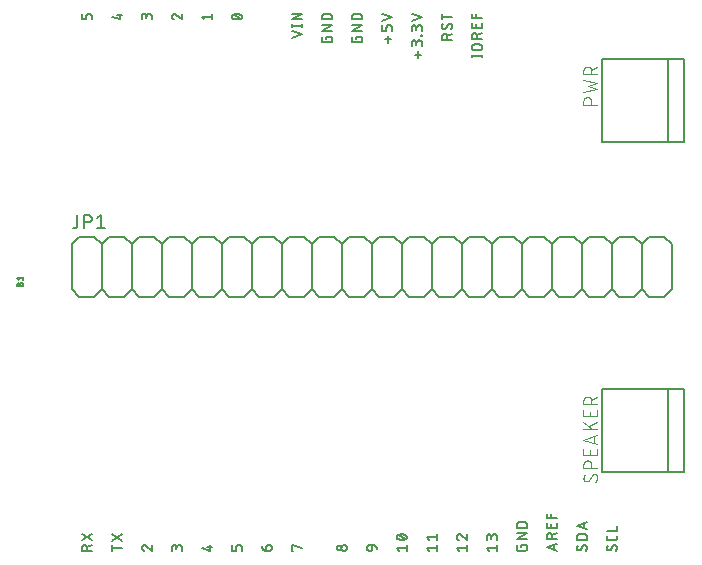
<source format=gbr>
G04 EAGLE Gerber RS-274X export*
G75*
%MOMM*%
%FSLAX34Y34*%
%LPD*%
%INSilkscreen Top*%
%IPPOS*%
%AMOC8*
5,1,8,0,0,1.08239X$1,22.5*%
G01*
%ADD10C,0.152400*%
%ADD11C,0.127000*%
%ADD12C,0.101600*%


D10*
X253520Y586749D02*
X253520Y588188D01*
X258318Y588188D01*
X258318Y585309D01*
X258316Y585223D01*
X258310Y585137D01*
X258301Y585051D01*
X258287Y584966D01*
X258270Y584882D01*
X258249Y584798D01*
X258224Y584716D01*
X258196Y584635D01*
X258164Y584555D01*
X258128Y584476D01*
X258089Y584400D01*
X258046Y584325D01*
X258001Y584252D01*
X257952Y584181D01*
X257899Y584113D01*
X257844Y584046D01*
X257786Y583983D01*
X257725Y583922D01*
X257662Y583864D01*
X257595Y583809D01*
X257527Y583757D01*
X257456Y583707D01*
X257383Y583662D01*
X257308Y583619D01*
X257232Y583580D01*
X257153Y583544D01*
X257073Y583512D01*
X256992Y583484D01*
X256910Y583459D01*
X256826Y583438D01*
X256742Y583421D01*
X256657Y583407D01*
X256571Y583398D01*
X256485Y583392D01*
X256399Y583390D01*
X251601Y583390D01*
X251515Y583392D01*
X251429Y583398D01*
X251343Y583407D01*
X251258Y583421D01*
X251174Y583438D01*
X251090Y583459D01*
X251008Y583484D01*
X250927Y583512D01*
X250847Y583544D01*
X250768Y583580D01*
X250692Y583619D01*
X250617Y583662D01*
X250544Y583707D01*
X250473Y583756D01*
X250405Y583809D01*
X250338Y583864D01*
X250275Y583922D01*
X250214Y583983D01*
X250156Y584046D01*
X250101Y584113D01*
X250049Y584181D01*
X249999Y584252D01*
X249954Y584325D01*
X249911Y584400D01*
X249872Y584476D01*
X249836Y584555D01*
X249804Y584635D01*
X249776Y584716D01*
X249751Y584798D01*
X249730Y584882D01*
X249713Y584966D01*
X249699Y585051D01*
X249690Y585137D01*
X249684Y585223D01*
X249682Y585309D01*
X249682Y588188D01*
X249682Y593144D02*
X258318Y593144D01*
X258318Y597941D02*
X249682Y593144D01*
X249682Y597941D02*
X258318Y597941D01*
X258318Y602897D02*
X249682Y602897D01*
X249682Y605296D01*
X249684Y605393D01*
X249690Y605489D01*
X249699Y605585D01*
X249713Y605681D01*
X249730Y605776D01*
X249752Y605870D01*
X249777Y605963D01*
X249805Y606056D01*
X249838Y606147D01*
X249874Y606236D01*
X249914Y606324D01*
X249957Y606411D01*
X250003Y606496D01*
X250053Y606578D01*
X250107Y606659D01*
X250163Y606737D01*
X250223Y606813D01*
X250285Y606887D01*
X250351Y606958D01*
X250419Y607026D01*
X250490Y607092D01*
X250564Y607154D01*
X250640Y607214D01*
X250718Y607270D01*
X250799Y607324D01*
X250882Y607374D01*
X250966Y607420D01*
X251053Y607463D01*
X251141Y607503D01*
X251230Y607539D01*
X251321Y607572D01*
X251414Y607600D01*
X251507Y607625D01*
X251601Y607647D01*
X251696Y607664D01*
X251792Y607678D01*
X251888Y607687D01*
X251984Y607693D01*
X252081Y607695D01*
X255919Y607695D01*
X256016Y607693D01*
X256112Y607687D01*
X256208Y607678D01*
X256304Y607664D01*
X256399Y607647D01*
X256493Y607625D01*
X256586Y607600D01*
X256679Y607572D01*
X256770Y607539D01*
X256859Y607503D01*
X256947Y607463D01*
X257034Y607420D01*
X257119Y607374D01*
X257201Y607324D01*
X257282Y607270D01*
X257360Y607214D01*
X257436Y607154D01*
X257510Y607092D01*
X257581Y607026D01*
X257649Y606958D01*
X257715Y606887D01*
X257777Y606813D01*
X257837Y606737D01*
X257893Y606659D01*
X257947Y606578D01*
X257997Y606496D01*
X258043Y606411D01*
X258086Y606324D01*
X258126Y606236D01*
X258162Y606147D01*
X258195Y606056D01*
X258223Y605963D01*
X258248Y605870D01*
X258270Y605776D01*
X258287Y605681D01*
X258301Y605585D01*
X258310Y605489D01*
X258316Y605393D01*
X258318Y605296D01*
X258318Y602897D01*
X228120Y588188D02*
X228120Y586749D01*
X228120Y588188D02*
X232918Y588188D01*
X232918Y585309D01*
X232916Y585223D01*
X232910Y585137D01*
X232901Y585051D01*
X232887Y584966D01*
X232870Y584882D01*
X232849Y584798D01*
X232824Y584716D01*
X232796Y584635D01*
X232764Y584555D01*
X232728Y584476D01*
X232689Y584400D01*
X232646Y584325D01*
X232601Y584252D01*
X232552Y584181D01*
X232499Y584113D01*
X232444Y584046D01*
X232386Y583983D01*
X232325Y583922D01*
X232262Y583864D01*
X232195Y583809D01*
X232127Y583757D01*
X232056Y583707D01*
X231983Y583662D01*
X231908Y583619D01*
X231832Y583580D01*
X231753Y583544D01*
X231673Y583512D01*
X231592Y583484D01*
X231510Y583459D01*
X231426Y583438D01*
X231342Y583421D01*
X231257Y583407D01*
X231171Y583398D01*
X231085Y583392D01*
X230999Y583390D01*
X226201Y583390D01*
X226115Y583392D01*
X226029Y583398D01*
X225943Y583407D01*
X225858Y583421D01*
X225774Y583438D01*
X225690Y583459D01*
X225608Y583484D01*
X225527Y583512D01*
X225447Y583544D01*
X225368Y583580D01*
X225292Y583619D01*
X225217Y583662D01*
X225144Y583707D01*
X225073Y583756D01*
X225005Y583809D01*
X224938Y583864D01*
X224875Y583922D01*
X224814Y583983D01*
X224756Y584046D01*
X224701Y584113D01*
X224649Y584181D01*
X224599Y584252D01*
X224554Y584325D01*
X224511Y584400D01*
X224472Y584476D01*
X224436Y584555D01*
X224404Y584635D01*
X224376Y584716D01*
X224351Y584798D01*
X224330Y584882D01*
X224313Y584966D01*
X224299Y585051D01*
X224290Y585137D01*
X224284Y585223D01*
X224282Y585309D01*
X224282Y588188D01*
X224282Y593144D02*
X232918Y593144D01*
X232918Y597941D02*
X224282Y593144D01*
X224282Y597941D02*
X232918Y597941D01*
X232918Y602897D02*
X224282Y602897D01*
X224282Y605296D01*
X224284Y605393D01*
X224290Y605489D01*
X224299Y605585D01*
X224313Y605681D01*
X224330Y605776D01*
X224352Y605870D01*
X224377Y605963D01*
X224405Y606056D01*
X224438Y606147D01*
X224474Y606236D01*
X224514Y606324D01*
X224557Y606411D01*
X224603Y606496D01*
X224653Y606578D01*
X224707Y606659D01*
X224763Y606737D01*
X224823Y606813D01*
X224885Y606887D01*
X224951Y606958D01*
X225019Y607026D01*
X225090Y607092D01*
X225164Y607154D01*
X225240Y607214D01*
X225318Y607270D01*
X225399Y607324D01*
X225482Y607374D01*
X225566Y607420D01*
X225653Y607463D01*
X225741Y607503D01*
X225830Y607539D01*
X225921Y607572D01*
X226014Y607600D01*
X226107Y607625D01*
X226201Y607647D01*
X226296Y607664D01*
X226392Y607678D01*
X226488Y607687D01*
X226584Y607693D01*
X226681Y607695D01*
X230519Y607695D01*
X230616Y607693D01*
X230712Y607687D01*
X230808Y607678D01*
X230904Y607664D01*
X230999Y607647D01*
X231093Y607625D01*
X231186Y607600D01*
X231279Y607572D01*
X231370Y607539D01*
X231459Y607503D01*
X231547Y607463D01*
X231634Y607420D01*
X231719Y607374D01*
X231801Y607324D01*
X231882Y607270D01*
X231960Y607214D01*
X232036Y607154D01*
X232110Y607092D01*
X232181Y607026D01*
X232249Y606958D01*
X232315Y606887D01*
X232377Y606813D01*
X232437Y606737D01*
X232493Y606659D01*
X232547Y606578D01*
X232597Y606496D01*
X232643Y606411D01*
X232686Y606324D01*
X232726Y606236D01*
X232762Y606147D01*
X232795Y606056D01*
X232823Y605963D01*
X232848Y605870D01*
X232870Y605776D01*
X232887Y605681D01*
X232901Y605585D01*
X232910Y605489D01*
X232916Y605393D01*
X232918Y605296D01*
X232918Y602897D01*
X280360Y588797D02*
X280360Y583040D01*
X283238Y585919D02*
X277481Y585919D01*
X283718Y593274D02*
X283718Y596152D01*
X283716Y596238D01*
X283710Y596324D01*
X283701Y596410D01*
X283687Y596495D01*
X283670Y596579D01*
X283649Y596663D01*
X283624Y596745D01*
X283596Y596826D01*
X283564Y596906D01*
X283528Y596985D01*
X283489Y597061D01*
X283446Y597136D01*
X283401Y597209D01*
X283352Y597280D01*
X283299Y597348D01*
X283244Y597415D01*
X283186Y597478D01*
X283125Y597539D01*
X283062Y597597D01*
X282995Y597652D01*
X282927Y597705D01*
X282856Y597754D01*
X282783Y597799D01*
X282708Y597842D01*
X282632Y597881D01*
X282553Y597917D01*
X282473Y597949D01*
X282392Y597977D01*
X282310Y598002D01*
X282226Y598023D01*
X282142Y598040D01*
X282057Y598054D01*
X281971Y598063D01*
X281885Y598069D01*
X281799Y598071D01*
X280839Y598071D01*
X280753Y598069D01*
X280667Y598063D01*
X280581Y598054D01*
X280496Y598040D01*
X280412Y598023D01*
X280328Y598002D01*
X280246Y597977D01*
X280165Y597949D01*
X280085Y597917D01*
X280006Y597881D01*
X279930Y597842D01*
X279855Y597799D01*
X279782Y597754D01*
X279711Y597705D01*
X279643Y597652D01*
X279576Y597597D01*
X279513Y597539D01*
X279452Y597478D01*
X279394Y597415D01*
X279339Y597348D01*
X279287Y597280D01*
X279237Y597209D01*
X279192Y597136D01*
X279149Y597061D01*
X279110Y596985D01*
X279074Y596906D01*
X279042Y596826D01*
X279014Y596745D01*
X278989Y596663D01*
X278968Y596579D01*
X278951Y596495D01*
X278937Y596410D01*
X278928Y596324D01*
X278922Y596238D01*
X278920Y596152D01*
X278920Y593274D01*
X275082Y593274D01*
X275082Y598071D01*
X275082Y601938D02*
X283718Y604816D01*
X275082Y607695D01*
X325882Y585913D02*
X334518Y585913D01*
X325882Y585913D02*
X325882Y588312D01*
X325884Y588409D01*
X325890Y588505D01*
X325899Y588601D01*
X325913Y588697D01*
X325930Y588792D01*
X325952Y588886D01*
X325977Y588979D01*
X326005Y589072D01*
X326038Y589163D01*
X326074Y589252D01*
X326114Y589340D01*
X326157Y589427D01*
X326203Y589512D01*
X326253Y589594D01*
X326307Y589675D01*
X326363Y589753D01*
X326423Y589829D01*
X326485Y589903D01*
X326551Y589974D01*
X326619Y590042D01*
X326690Y590108D01*
X326764Y590170D01*
X326840Y590230D01*
X326918Y590286D01*
X326999Y590340D01*
X327082Y590390D01*
X327166Y590436D01*
X327253Y590479D01*
X327341Y590519D01*
X327430Y590555D01*
X327521Y590588D01*
X327614Y590616D01*
X327707Y590641D01*
X327801Y590663D01*
X327896Y590680D01*
X327992Y590694D01*
X328088Y590703D01*
X328184Y590709D01*
X328281Y590711D01*
X328378Y590709D01*
X328474Y590703D01*
X328570Y590694D01*
X328666Y590680D01*
X328761Y590663D01*
X328855Y590641D01*
X328948Y590616D01*
X329041Y590588D01*
X329132Y590555D01*
X329221Y590519D01*
X329309Y590479D01*
X329396Y590436D01*
X329481Y590390D01*
X329563Y590340D01*
X329644Y590286D01*
X329722Y590230D01*
X329798Y590170D01*
X329872Y590108D01*
X329943Y590042D01*
X330011Y589974D01*
X330077Y589903D01*
X330139Y589829D01*
X330199Y589753D01*
X330255Y589675D01*
X330309Y589594D01*
X330359Y589512D01*
X330405Y589427D01*
X330448Y589340D01*
X330488Y589252D01*
X330524Y589163D01*
X330557Y589072D01*
X330585Y588979D01*
X330610Y588886D01*
X330632Y588792D01*
X330649Y588697D01*
X330663Y588601D01*
X330672Y588505D01*
X330678Y588409D01*
X330680Y588312D01*
X330680Y585913D01*
X330680Y588792D02*
X334518Y590711D01*
X334518Y597546D02*
X334516Y597632D01*
X334510Y597718D01*
X334501Y597804D01*
X334487Y597889D01*
X334470Y597973D01*
X334449Y598057D01*
X334424Y598139D01*
X334396Y598220D01*
X334364Y598300D01*
X334328Y598379D01*
X334289Y598455D01*
X334246Y598530D01*
X334201Y598603D01*
X334152Y598674D01*
X334099Y598742D01*
X334044Y598809D01*
X333986Y598872D01*
X333925Y598933D01*
X333862Y598991D01*
X333795Y599046D01*
X333727Y599099D01*
X333656Y599148D01*
X333583Y599193D01*
X333508Y599236D01*
X333432Y599275D01*
X333353Y599311D01*
X333273Y599343D01*
X333192Y599371D01*
X333110Y599396D01*
X333026Y599417D01*
X332942Y599434D01*
X332857Y599448D01*
X332771Y599457D01*
X332685Y599463D01*
X332599Y599465D01*
X334518Y597546D02*
X334516Y597423D01*
X334511Y597300D01*
X334501Y597177D01*
X334488Y597055D01*
X334471Y596933D01*
X334451Y596811D01*
X334427Y596691D01*
X334399Y596571D01*
X334368Y596452D01*
X334332Y596334D01*
X334294Y596217D01*
X334252Y596101D01*
X334206Y595987D01*
X334157Y595874D01*
X334105Y595763D01*
X334049Y595653D01*
X333990Y595545D01*
X333927Y595439D01*
X333862Y595335D01*
X333793Y595232D01*
X333721Y595132D01*
X333646Y595035D01*
X333569Y594939D01*
X333488Y594846D01*
X333405Y594755D01*
X333319Y594667D01*
X327801Y594908D02*
X327715Y594910D01*
X327629Y594916D01*
X327543Y594925D01*
X327458Y594939D01*
X327374Y594956D01*
X327290Y594977D01*
X327208Y595002D01*
X327127Y595030D01*
X327047Y595062D01*
X326968Y595098D01*
X326892Y595137D01*
X326817Y595180D01*
X326744Y595225D01*
X326673Y595274D01*
X326605Y595327D01*
X326538Y595382D01*
X326475Y595440D01*
X326414Y595501D01*
X326356Y595564D01*
X326301Y595631D01*
X326248Y595699D01*
X326199Y595770D01*
X326154Y595843D01*
X326111Y595918D01*
X326072Y595994D01*
X326036Y596073D01*
X326004Y596153D01*
X325976Y596234D01*
X325951Y596316D01*
X325930Y596400D01*
X325913Y596484D01*
X325899Y596569D01*
X325890Y596655D01*
X325884Y596741D01*
X325882Y596827D01*
X325884Y596943D01*
X325889Y597058D01*
X325899Y597174D01*
X325912Y597289D01*
X325928Y597403D01*
X325949Y597517D01*
X325973Y597631D01*
X326001Y597743D01*
X326032Y597854D01*
X326067Y597965D01*
X326105Y598074D01*
X326147Y598182D01*
X326192Y598288D01*
X326241Y598394D01*
X326293Y598497D01*
X326348Y598599D01*
X326407Y598698D01*
X326469Y598796D01*
X326534Y598892D01*
X326602Y598986D01*
X329480Y595868D02*
X329434Y595793D01*
X329384Y595720D01*
X329331Y595650D01*
X329275Y595582D01*
X329216Y595517D01*
X329154Y595454D01*
X329090Y595395D01*
X329022Y595338D01*
X328952Y595284D01*
X328880Y595234D01*
X328806Y595187D01*
X328730Y595143D01*
X328651Y595103D01*
X328571Y595067D01*
X328490Y595034D01*
X328407Y595005D01*
X328322Y594979D01*
X328237Y594957D01*
X328151Y594940D01*
X328064Y594926D01*
X327977Y594916D01*
X327889Y594910D01*
X327801Y594908D01*
X330920Y598506D02*
X330966Y598580D01*
X331016Y598653D01*
X331069Y598723D01*
X331125Y598791D01*
X331184Y598856D01*
X331246Y598919D01*
X331311Y598978D01*
X331378Y599035D01*
X331448Y599089D01*
X331520Y599139D01*
X331594Y599186D01*
X331670Y599230D01*
X331749Y599270D01*
X331829Y599306D01*
X331910Y599339D01*
X331993Y599369D01*
X332078Y599394D01*
X332163Y599416D01*
X332249Y599433D01*
X332336Y599447D01*
X332423Y599457D01*
X332511Y599463D01*
X332599Y599465D01*
X330920Y598506D02*
X329480Y595867D01*
X325882Y605296D02*
X334518Y605296D01*
X325882Y602897D02*
X325882Y607695D01*
X207518Y590361D02*
X198882Y587482D01*
X198882Y593240D02*
X207518Y590361D01*
X207518Y597676D02*
X198882Y597676D01*
X207518Y596717D02*
X207518Y598636D01*
X198882Y598636D02*
X198882Y596717D01*
X198882Y602897D02*
X207518Y602897D01*
X207518Y607695D02*
X198882Y602897D01*
X198882Y607695D02*
X207518Y607695D01*
X305760Y575996D02*
X305760Y570239D01*
X308638Y573117D02*
X302881Y573117D01*
X309118Y580472D02*
X309118Y582871D01*
X309116Y582968D01*
X309110Y583064D01*
X309101Y583160D01*
X309087Y583256D01*
X309070Y583351D01*
X309048Y583445D01*
X309023Y583538D01*
X308995Y583631D01*
X308962Y583722D01*
X308926Y583811D01*
X308886Y583899D01*
X308843Y583986D01*
X308797Y584071D01*
X308747Y584153D01*
X308693Y584234D01*
X308637Y584312D01*
X308577Y584388D01*
X308515Y584462D01*
X308449Y584533D01*
X308381Y584601D01*
X308310Y584667D01*
X308236Y584729D01*
X308160Y584789D01*
X308082Y584845D01*
X308001Y584899D01*
X307919Y584949D01*
X307834Y584995D01*
X307747Y585038D01*
X307659Y585078D01*
X307570Y585114D01*
X307479Y585147D01*
X307386Y585175D01*
X307293Y585200D01*
X307199Y585222D01*
X307104Y585239D01*
X307008Y585253D01*
X306912Y585262D01*
X306816Y585268D01*
X306719Y585270D01*
X306622Y585268D01*
X306526Y585262D01*
X306430Y585253D01*
X306334Y585239D01*
X306239Y585222D01*
X306145Y585200D01*
X306052Y585175D01*
X305959Y585147D01*
X305868Y585114D01*
X305779Y585078D01*
X305691Y585038D01*
X305604Y584995D01*
X305520Y584949D01*
X305437Y584899D01*
X305356Y584845D01*
X305278Y584789D01*
X305202Y584729D01*
X305128Y584667D01*
X305057Y584601D01*
X304989Y584533D01*
X304923Y584462D01*
X304861Y584388D01*
X304801Y584312D01*
X304745Y584234D01*
X304691Y584153D01*
X304641Y584071D01*
X304595Y583986D01*
X304552Y583899D01*
X304512Y583811D01*
X304476Y583722D01*
X304443Y583631D01*
X304415Y583538D01*
X304390Y583445D01*
X304368Y583351D01*
X304351Y583256D01*
X304337Y583160D01*
X304328Y583064D01*
X304322Y582968D01*
X304320Y582871D01*
X300482Y583351D02*
X300482Y580472D01*
X300482Y583351D02*
X300484Y583437D01*
X300490Y583523D01*
X300499Y583609D01*
X300513Y583694D01*
X300530Y583778D01*
X300551Y583862D01*
X300576Y583944D01*
X300604Y584025D01*
X300636Y584105D01*
X300672Y584184D01*
X300711Y584260D01*
X300754Y584335D01*
X300799Y584408D01*
X300848Y584479D01*
X300901Y584547D01*
X300956Y584614D01*
X301014Y584677D01*
X301075Y584738D01*
X301138Y584796D01*
X301205Y584851D01*
X301273Y584904D01*
X301344Y584953D01*
X301417Y584998D01*
X301492Y585041D01*
X301568Y585080D01*
X301647Y585116D01*
X301727Y585148D01*
X301808Y585176D01*
X301890Y585201D01*
X301974Y585222D01*
X302058Y585239D01*
X302143Y585253D01*
X302229Y585262D01*
X302315Y585268D01*
X302401Y585270D01*
X302487Y585268D01*
X302573Y585262D01*
X302659Y585253D01*
X302744Y585239D01*
X302828Y585222D01*
X302912Y585201D01*
X302994Y585176D01*
X303075Y585148D01*
X303155Y585116D01*
X303234Y585080D01*
X303310Y585041D01*
X303385Y584998D01*
X303458Y584953D01*
X303529Y584904D01*
X303597Y584851D01*
X303664Y584796D01*
X303727Y584738D01*
X303788Y584677D01*
X303846Y584614D01*
X303901Y584547D01*
X303954Y584479D01*
X304003Y584408D01*
X304048Y584335D01*
X304091Y584260D01*
X304130Y584184D01*
X304166Y584105D01*
X304198Y584025D01*
X304226Y583944D01*
X304251Y583862D01*
X304272Y583778D01*
X304289Y583694D01*
X304303Y583609D01*
X304312Y583523D01*
X304318Y583437D01*
X304320Y583351D01*
X304320Y581431D01*
X308638Y589032D02*
X309118Y589032D01*
X308638Y589032D02*
X308638Y589511D01*
X309118Y589511D01*
X309118Y589032D01*
X309118Y593274D02*
X309118Y595672D01*
X309116Y595769D01*
X309110Y595865D01*
X309101Y595961D01*
X309087Y596057D01*
X309070Y596152D01*
X309048Y596246D01*
X309023Y596339D01*
X308995Y596432D01*
X308962Y596523D01*
X308926Y596612D01*
X308886Y596700D01*
X308843Y596787D01*
X308797Y596872D01*
X308747Y596954D01*
X308693Y597035D01*
X308637Y597113D01*
X308577Y597189D01*
X308515Y597263D01*
X308449Y597334D01*
X308381Y597402D01*
X308310Y597468D01*
X308236Y597530D01*
X308160Y597590D01*
X308082Y597646D01*
X308001Y597700D01*
X307919Y597750D01*
X307834Y597796D01*
X307747Y597839D01*
X307659Y597879D01*
X307570Y597915D01*
X307479Y597948D01*
X307386Y597976D01*
X307293Y598001D01*
X307199Y598023D01*
X307104Y598040D01*
X307008Y598054D01*
X306912Y598063D01*
X306816Y598069D01*
X306719Y598071D01*
X306622Y598069D01*
X306526Y598063D01*
X306430Y598054D01*
X306334Y598040D01*
X306239Y598023D01*
X306145Y598001D01*
X306052Y597976D01*
X305959Y597948D01*
X305868Y597915D01*
X305779Y597879D01*
X305691Y597839D01*
X305604Y597796D01*
X305520Y597750D01*
X305437Y597700D01*
X305356Y597646D01*
X305278Y597590D01*
X305202Y597530D01*
X305128Y597468D01*
X305057Y597402D01*
X304989Y597334D01*
X304923Y597263D01*
X304861Y597189D01*
X304801Y597113D01*
X304745Y597035D01*
X304691Y596954D01*
X304641Y596872D01*
X304595Y596787D01*
X304552Y596700D01*
X304512Y596612D01*
X304476Y596523D01*
X304443Y596432D01*
X304415Y596339D01*
X304390Y596246D01*
X304368Y596152D01*
X304351Y596057D01*
X304337Y595961D01*
X304328Y595865D01*
X304322Y595769D01*
X304320Y595672D01*
X300482Y596152D02*
X300482Y593274D01*
X300482Y596152D02*
X300484Y596238D01*
X300490Y596324D01*
X300499Y596410D01*
X300513Y596495D01*
X300530Y596579D01*
X300551Y596663D01*
X300576Y596745D01*
X300604Y596826D01*
X300636Y596906D01*
X300672Y596985D01*
X300711Y597061D01*
X300754Y597136D01*
X300799Y597209D01*
X300848Y597280D01*
X300901Y597348D01*
X300956Y597415D01*
X301014Y597478D01*
X301075Y597539D01*
X301138Y597597D01*
X301205Y597652D01*
X301273Y597705D01*
X301344Y597754D01*
X301417Y597799D01*
X301492Y597842D01*
X301568Y597881D01*
X301647Y597917D01*
X301727Y597949D01*
X301808Y597977D01*
X301890Y598002D01*
X301974Y598023D01*
X302058Y598040D01*
X302143Y598054D01*
X302229Y598063D01*
X302315Y598069D01*
X302401Y598071D01*
X302487Y598069D01*
X302573Y598063D01*
X302659Y598054D01*
X302744Y598040D01*
X302828Y598023D01*
X302912Y598002D01*
X302994Y597977D01*
X303075Y597949D01*
X303155Y597917D01*
X303234Y597881D01*
X303310Y597842D01*
X303385Y597799D01*
X303458Y597754D01*
X303529Y597705D01*
X303597Y597652D01*
X303664Y597597D01*
X303727Y597539D01*
X303788Y597478D01*
X303846Y597415D01*
X303901Y597348D01*
X303954Y597280D01*
X304003Y597209D01*
X304048Y597136D01*
X304091Y597061D01*
X304130Y596985D01*
X304166Y596906D01*
X304198Y596826D01*
X304226Y596745D01*
X304251Y596663D01*
X304272Y596579D01*
X304289Y596495D01*
X304303Y596410D01*
X304312Y596324D01*
X304318Y596238D01*
X304320Y596152D01*
X304320Y594233D01*
X300482Y601938D02*
X309118Y604816D01*
X300482Y607695D01*
X152400Y602897D02*
X152230Y602899D01*
X152060Y602905D01*
X151891Y602915D01*
X151721Y602929D01*
X151552Y602948D01*
X151384Y602970D01*
X151216Y602996D01*
X151049Y603026D01*
X150883Y603061D01*
X150717Y603099D01*
X150552Y603141D01*
X150389Y603187D01*
X150227Y603237D01*
X150065Y603291D01*
X149906Y603348D01*
X149747Y603410D01*
X149590Y603475D01*
X149435Y603544D01*
X149281Y603617D01*
X149205Y603645D01*
X149130Y603677D01*
X149056Y603712D01*
X148984Y603750D01*
X148914Y603792D01*
X148846Y603837D01*
X148780Y603885D01*
X148716Y603936D01*
X148655Y603990D01*
X148596Y604046D01*
X148540Y604106D01*
X148487Y604167D01*
X148437Y604231D01*
X148389Y604298D01*
X148345Y604366D01*
X148304Y604437D01*
X148266Y604509D01*
X148232Y604583D01*
X148201Y604658D01*
X148173Y604735D01*
X148149Y604813D01*
X148129Y604892D01*
X148112Y604972D01*
X148099Y605052D01*
X148089Y605133D01*
X148084Y605214D01*
X148082Y605296D01*
X148084Y605378D01*
X148089Y605459D01*
X148099Y605540D01*
X148112Y605620D01*
X148129Y605700D01*
X148149Y605779D01*
X148173Y605857D01*
X148201Y605934D01*
X148232Y606009D01*
X148266Y606083D01*
X148304Y606155D01*
X148345Y606226D01*
X148389Y606294D01*
X148437Y606361D01*
X148487Y606425D01*
X148540Y606486D01*
X148596Y606546D01*
X148655Y606602D01*
X148716Y606656D01*
X148780Y606707D01*
X148846Y606755D01*
X148914Y606800D01*
X148984Y606842D01*
X149056Y606880D01*
X149130Y606915D01*
X149205Y606947D01*
X149281Y606975D01*
X149435Y607048D01*
X149590Y607117D01*
X149747Y607182D01*
X149906Y607244D01*
X150065Y607301D01*
X150227Y607355D01*
X150389Y607405D01*
X150552Y607451D01*
X150717Y607493D01*
X150883Y607531D01*
X151049Y607566D01*
X151216Y607596D01*
X151384Y607622D01*
X151552Y607644D01*
X151721Y607663D01*
X151891Y607677D01*
X152060Y607687D01*
X152230Y607693D01*
X152400Y607695D01*
X152400Y602897D02*
X152570Y602899D01*
X152740Y602905D01*
X152909Y602915D01*
X153079Y602929D01*
X153248Y602948D01*
X153416Y602970D01*
X153584Y602996D01*
X153751Y603026D01*
X153917Y603061D01*
X154083Y603099D01*
X154248Y603141D01*
X154411Y603187D01*
X154573Y603237D01*
X154735Y603291D01*
X154894Y603348D01*
X155053Y603410D01*
X155210Y603475D01*
X155365Y603544D01*
X155519Y603617D01*
X155595Y603645D01*
X155670Y603677D01*
X155744Y603712D01*
X155816Y603750D01*
X155886Y603792D01*
X155954Y603837D01*
X156020Y603885D01*
X156084Y603936D01*
X156145Y603990D01*
X156204Y604046D01*
X156260Y604106D01*
X156313Y604167D01*
X156363Y604231D01*
X156411Y604298D01*
X156455Y604366D01*
X156496Y604437D01*
X156534Y604509D01*
X156568Y604583D01*
X156599Y604658D01*
X156627Y604735D01*
X156651Y604813D01*
X156671Y604892D01*
X156688Y604972D01*
X156701Y605052D01*
X156711Y605133D01*
X156716Y605214D01*
X156718Y605296D01*
X155519Y606975D02*
X155365Y607048D01*
X155210Y607117D01*
X155053Y607182D01*
X154894Y607244D01*
X154735Y607301D01*
X154573Y607355D01*
X154411Y607405D01*
X154248Y607451D01*
X154083Y607493D01*
X153917Y607531D01*
X153751Y607566D01*
X153584Y607596D01*
X153416Y607622D01*
X153248Y607644D01*
X153079Y607663D01*
X152909Y607677D01*
X152740Y607687D01*
X152570Y607693D01*
X152400Y607695D01*
X155519Y606975D02*
X155595Y606947D01*
X155670Y606915D01*
X155744Y606880D01*
X155816Y606842D01*
X155886Y606800D01*
X155954Y606755D01*
X156020Y606707D01*
X156084Y606656D01*
X156145Y606602D01*
X156204Y606546D01*
X156260Y606486D01*
X156313Y606425D01*
X156363Y606361D01*
X156411Y606294D01*
X156455Y606226D01*
X156496Y606155D01*
X156534Y606083D01*
X156568Y606009D01*
X156599Y605934D01*
X156627Y605857D01*
X156651Y605779D01*
X156671Y605700D01*
X156688Y605620D01*
X156701Y605540D01*
X156711Y605459D01*
X156716Y605378D01*
X156718Y605296D01*
X154799Y603377D02*
X150001Y607215D01*
X124601Y602897D02*
X122682Y605296D01*
X131318Y605296D01*
X131318Y602897D02*
X131318Y607695D01*
X99441Y607695D02*
X99349Y607693D01*
X99258Y607687D01*
X99167Y607678D01*
X99076Y607664D01*
X98986Y607647D01*
X98897Y607625D01*
X98809Y607600D01*
X98722Y607572D01*
X98636Y607539D01*
X98552Y607503D01*
X98469Y607464D01*
X98388Y607421D01*
X98309Y607374D01*
X98232Y607325D01*
X98157Y607272D01*
X98085Y607216D01*
X98015Y607157D01*
X97947Y607095D01*
X97882Y607030D01*
X97820Y606962D01*
X97761Y606892D01*
X97705Y606820D01*
X97652Y606745D01*
X97603Y606668D01*
X97556Y606589D01*
X97513Y606508D01*
X97474Y606425D01*
X97438Y606341D01*
X97405Y606255D01*
X97377Y606168D01*
X97352Y606080D01*
X97330Y605991D01*
X97313Y605901D01*
X97299Y605810D01*
X97290Y605719D01*
X97284Y605628D01*
X97282Y605536D01*
X97284Y605433D01*
X97290Y605331D01*
X97299Y605229D01*
X97312Y605127D01*
X97329Y605026D01*
X97350Y604925D01*
X97374Y604826D01*
X97403Y604727D01*
X97434Y604630D01*
X97470Y604533D01*
X97508Y604438D01*
X97551Y604345D01*
X97597Y604253D01*
X97646Y604163D01*
X97698Y604075D01*
X97754Y603988D01*
X97813Y603904D01*
X97874Y603823D01*
X97939Y603743D01*
X98007Y603666D01*
X98078Y603591D01*
X98151Y603520D01*
X98227Y603451D01*
X98305Y603384D01*
X98386Y603321D01*
X98469Y603261D01*
X98554Y603204D01*
X98641Y603150D01*
X98731Y603099D01*
X98822Y603052D01*
X98914Y603008D01*
X99009Y602967D01*
X99104Y602930D01*
X99201Y602897D01*
X101120Y606975D02*
X101054Y607042D01*
X100985Y607106D01*
X100914Y607167D01*
X100840Y607225D01*
X100764Y607280D01*
X100686Y607332D01*
X100606Y607381D01*
X100524Y607427D01*
X100440Y607469D01*
X100354Y607508D01*
X100267Y607543D01*
X100179Y607574D01*
X100089Y607602D01*
X99999Y607627D01*
X99907Y607648D01*
X99815Y607665D01*
X99722Y607678D01*
X99629Y607687D01*
X99535Y607693D01*
X99441Y607695D01*
X101120Y606975D02*
X105918Y602897D01*
X105918Y607695D01*
X80518Y605296D02*
X80518Y602897D01*
X80518Y605296D02*
X80516Y605393D01*
X80510Y605489D01*
X80501Y605585D01*
X80487Y605681D01*
X80470Y605776D01*
X80448Y605870D01*
X80423Y605963D01*
X80395Y606056D01*
X80362Y606147D01*
X80326Y606236D01*
X80286Y606324D01*
X80243Y606411D01*
X80197Y606496D01*
X80147Y606578D01*
X80093Y606659D01*
X80037Y606737D01*
X79977Y606813D01*
X79915Y606887D01*
X79849Y606958D01*
X79781Y607026D01*
X79710Y607092D01*
X79636Y607154D01*
X79560Y607214D01*
X79482Y607270D01*
X79401Y607324D01*
X79319Y607374D01*
X79234Y607420D01*
X79147Y607463D01*
X79059Y607503D01*
X78970Y607539D01*
X78879Y607572D01*
X78786Y607600D01*
X78693Y607625D01*
X78599Y607647D01*
X78504Y607664D01*
X78408Y607678D01*
X78312Y607687D01*
X78216Y607693D01*
X78119Y607695D01*
X78022Y607693D01*
X77926Y607687D01*
X77830Y607678D01*
X77734Y607664D01*
X77639Y607647D01*
X77545Y607625D01*
X77452Y607600D01*
X77359Y607572D01*
X77268Y607539D01*
X77179Y607503D01*
X77091Y607463D01*
X77004Y607420D01*
X76920Y607374D01*
X76837Y607324D01*
X76756Y607270D01*
X76678Y607214D01*
X76602Y607154D01*
X76528Y607092D01*
X76457Y607026D01*
X76389Y606958D01*
X76323Y606887D01*
X76261Y606813D01*
X76201Y606737D01*
X76145Y606659D01*
X76091Y606578D01*
X76041Y606496D01*
X75995Y606411D01*
X75952Y606324D01*
X75912Y606236D01*
X75876Y606147D01*
X75843Y606056D01*
X75815Y605963D01*
X75790Y605870D01*
X75768Y605776D01*
X75751Y605681D01*
X75737Y605585D01*
X75728Y605489D01*
X75722Y605393D01*
X75720Y605296D01*
X71882Y605776D02*
X71882Y602897D01*
X71882Y605776D02*
X71884Y605862D01*
X71890Y605948D01*
X71899Y606034D01*
X71913Y606119D01*
X71930Y606203D01*
X71951Y606287D01*
X71976Y606369D01*
X72004Y606450D01*
X72036Y606530D01*
X72072Y606609D01*
X72111Y606685D01*
X72154Y606760D01*
X72199Y606833D01*
X72248Y606904D01*
X72301Y606972D01*
X72356Y607039D01*
X72414Y607102D01*
X72475Y607163D01*
X72538Y607221D01*
X72605Y607276D01*
X72673Y607329D01*
X72744Y607378D01*
X72817Y607423D01*
X72892Y607466D01*
X72968Y607505D01*
X73047Y607541D01*
X73127Y607573D01*
X73208Y607601D01*
X73290Y607626D01*
X73374Y607647D01*
X73458Y607664D01*
X73543Y607678D01*
X73629Y607687D01*
X73715Y607693D01*
X73801Y607695D01*
X73887Y607693D01*
X73973Y607687D01*
X74059Y607678D01*
X74144Y607664D01*
X74228Y607647D01*
X74312Y607626D01*
X74394Y607601D01*
X74475Y607573D01*
X74555Y607541D01*
X74634Y607505D01*
X74710Y607466D01*
X74785Y607423D01*
X74858Y607378D01*
X74929Y607329D01*
X74997Y607276D01*
X75064Y607221D01*
X75127Y607163D01*
X75188Y607102D01*
X75246Y607039D01*
X75301Y606972D01*
X75354Y606904D01*
X75403Y606833D01*
X75448Y606760D01*
X75491Y606685D01*
X75530Y606609D01*
X75566Y606530D01*
X75598Y606450D01*
X75626Y606369D01*
X75651Y606287D01*
X75672Y606203D01*
X75689Y606119D01*
X75703Y606034D01*
X75712Y605948D01*
X75718Y605862D01*
X75720Y605776D01*
X75720Y603857D01*
X53199Y602897D02*
X46482Y604816D01*
X53199Y602897D02*
X53199Y607695D01*
X51280Y606256D02*
X55118Y606256D01*
X29718Y605776D02*
X29718Y602897D01*
X29718Y605776D02*
X29716Y605862D01*
X29710Y605948D01*
X29701Y606034D01*
X29687Y606119D01*
X29670Y606203D01*
X29649Y606287D01*
X29624Y606369D01*
X29596Y606450D01*
X29564Y606530D01*
X29528Y606609D01*
X29489Y606685D01*
X29446Y606760D01*
X29401Y606833D01*
X29352Y606904D01*
X29299Y606972D01*
X29244Y607039D01*
X29186Y607102D01*
X29125Y607163D01*
X29062Y607221D01*
X28995Y607276D01*
X28927Y607329D01*
X28856Y607378D01*
X28783Y607423D01*
X28708Y607466D01*
X28632Y607505D01*
X28553Y607541D01*
X28473Y607573D01*
X28392Y607601D01*
X28310Y607626D01*
X28226Y607647D01*
X28142Y607664D01*
X28057Y607678D01*
X27971Y607687D01*
X27885Y607693D01*
X27799Y607695D01*
X26839Y607695D01*
X26753Y607693D01*
X26667Y607687D01*
X26581Y607678D01*
X26496Y607664D01*
X26412Y607647D01*
X26328Y607626D01*
X26246Y607601D01*
X26165Y607573D01*
X26085Y607541D01*
X26006Y607505D01*
X25930Y607466D01*
X25855Y607423D01*
X25782Y607378D01*
X25711Y607329D01*
X25643Y607276D01*
X25576Y607221D01*
X25513Y607163D01*
X25452Y607102D01*
X25394Y607039D01*
X25339Y606972D01*
X25287Y606904D01*
X25237Y606833D01*
X25192Y606760D01*
X25149Y606685D01*
X25110Y606609D01*
X25074Y606530D01*
X25042Y606450D01*
X25014Y606369D01*
X24989Y606287D01*
X24968Y606203D01*
X24951Y606119D01*
X24937Y606034D01*
X24928Y605948D01*
X24922Y605862D01*
X24920Y605776D01*
X24920Y602897D01*
X21082Y602897D01*
X21082Y607695D01*
X393220Y157960D02*
X393220Y156520D01*
X393220Y157960D02*
X398018Y157960D01*
X398018Y155081D01*
X398016Y154995D01*
X398010Y154909D01*
X398001Y154823D01*
X397987Y154738D01*
X397970Y154654D01*
X397949Y154570D01*
X397924Y154488D01*
X397896Y154407D01*
X397864Y154327D01*
X397828Y154248D01*
X397789Y154172D01*
X397746Y154097D01*
X397701Y154024D01*
X397652Y153953D01*
X397599Y153885D01*
X397544Y153818D01*
X397486Y153755D01*
X397425Y153694D01*
X397362Y153636D01*
X397295Y153581D01*
X397227Y153529D01*
X397156Y153479D01*
X397083Y153434D01*
X397008Y153391D01*
X396932Y153352D01*
X396853Y153316D01*
X396773Y153284D01*
X396692Y153256D01*
X396610Y153231D01*
X396526Y153210D01*
X396442Y153193D01*
X396357Y153179D01*
X396271Y153170D01*
X396185Y153164D01*
X396099Y153162D01*
X391301Y153162D01*
X391215Y153164D01*
X391129Y153170D01*
X391043Y153179D01*
X390958Y153193D01*
X390874Y153210D01*
X390790Y153231D01*
X390708Y153256D01*
X390627Y153284D01*
X390547Y153316D01*
X390468Y153352D01*
X390392Y153391D01*
X390317Y153434D01*
X390244Y153479D01*
X390173Y153528D01*
X390105Y153581D01*
X390038Y153636D01*
X389975Y153694D01*
X389914Y153755D01*
X389856Y153818D01*
X389801Y153885D01*
X389749Y153953D01*
X389699Y154024D01*
X389654Y154097D01*
X389611Y154172D01*
X389572Y154248D01*
X389536Y154327D01*
X389504Y154407D01*
X389476Y154488D01*
X389451Y154570D01*
X389430Y154654D01*
X389413Y154738D01*
X389399Y154823D01*
X389390Y154909D01*
X389384Y154995D01*
X389382Y155081D01*
X389382Y157960D01*
X389382Y162916D02*
X398018Y162916D01*
X398018Y167713D02*
X389382Y162916D01*
X389382Y167713D02*
X398018Y167713D01*
X398018Y172669D02*
X389382Y172669D01*
X389382Y175068D01*
X389384Y175165D01*
X389390Y175261D01*
X389399Y175357D01*
X389413Y175453D01*
X389430Y175548D01*
X389452Y175642D01*
X389477Y175735D01*
X389505Y175828D01*
X389538Y175919D01*
X389574Y176008D01*
X389614Y176096D01*
X389657Y176183D01*
X389703Y176268D01*
X389753Y176350D01*
X389807Y176431D01*
X389863Y176509D01*
X389923Y176585D01*
X389985Y176659D01*
X390051Y176730D01*
X390119Y176798D01*
X390190Y176864D01*
X390264Y176926D01*
X390340Y176986D01*
X390418Y177042D01*
X390499Y177096D01*
X390582Y177146D01*
X390666Y177192D01*
X390753Y177235D01*
X390841Y177275D01*
X390930Y177311D01*
X391021Y177344D01*
X391114Y177372D01*
X391207Y177397D01*
X391301Y177419D01*
X391396Y177436D01*
X391492Y177450D01*
X391588Y177459D01*
X391684Y177465D01*
X391781Y177467D01*
X395619Y177467D01*
X395716Y177465D01*
X395812Y177459D01*
X395908Y177450D01*
X396004Y177436D01*
X396099Y177419D01*
X396193Y177397D01*
X396286Y177372D01*
X396379Y177344D01*
X396470Y177311D01*
X396559Y177275D01*
X396647Y177235D01*
X396734Y177192D01*
X396819Y177146D01*
X396901Y177096D01*
X396982Y177042D01*
X397060Y176986D01*
X397136Y176926D01*
X397210Y176864D01*
X397281Y176798D01*
X397349Y176730D01*
X397415Y176659D01*
X397477Y176585D01*
X397537Y176509D01*
X397593Y176431D01*
X397647Y176350D01*
X397697Y176268D01*
X397743Y176183D01*
X397786Y176096D01*
X397826Y176008D01*
X397862Y175919D01*
X397895Y175828D01*
X397923Y175735D01*
X397948Y175642D01*
X397970Y175548D01*
X397987Y175453D01*
X398001Y175357D01*
X398010Y175261D01*
X398016Y175165D01*
X398018Y175068D01*
X398018Y172669D01*
X365901Y153162D02*
X363982Y155561D01*
X372618Y155561D01*
X372618Y153162D02*
X372618Y157960D01*
X372618Y162306D02*
X372618Y164705D01*
X372616Y164802D01*
X372610Y164898D01*
X372601Y164994D01*
X372587Y165090D01*
X372570Y165185D01*
X372548Y165279D01*
X372523Y165372D01*
X372495Y165465D01*
X372462Y165556D01*
X372426Y165645D01*
X372386Y165733D01*
X372343Y165820D01*
X372297Y165905D01*
X372247Y165987D01*
X372193Y166068D01*
X372137Y166146D01*
X372077Y166222D01*
X372015Y166296D01*
X371949Y166367D01*
X371881Y166435D01*
X371810Y166501D01*
X371736Y166563D01*
X371660Y166623D01*
X371582Y166679D01*
X371501Y166733D01*
X371419Y166783D01*
X371334Y166829D01*
X371247Y166872D01*
X371159Y166912D01*
X371070Y166948D01*
X370979Y166981D01*
X370886Y167009D01*
X370793Y167034D01*
X370699Y167056D01*
X370604Y167073D01*
X370508Y167087D01*
X370412Y167096D01*
X370316Y167102D01*
X370219Y167104D01*
X370122Y167102D01*
X370026Y167096D01*
X369930Y167087D01*
X369834Y167073D01*
X369739Y167056D01*
X369645Y167034D01*
X369552Y167009D01*
X369459Y166981D01*
X369368Y166948D01*
X369279Y166912D01*
X369191Y166872D01*
X369104Y166829D01*
X369020Y166783D01*
X368937Y166733D01*
X368856Y166679D01*
X368778Y166623D01*
X368702Y166563D01*
X368628Y166501D01*
X368557Y166435D01*
X368489Y166367D01*
X368423Y166296D01*
X368361Y166222D01*
X368301Y166146D01*
X368245Y166068D01*
X368191Y165987D01*
X368141Y165905D01*
X368095Y165820D01*
X368052Y165733D01*
X368012Y165645D01*
X367976Y165556D01*
X367943Y165465D01*
X367915Y165372D01*
X367890Y165279D01*
X367868Y165185D01*
X367851Y165090D01*
X367837Y164994D01*
X367828Y164898D01*
X367822Y164802D01*
X367820Y164705D01*
X363982Y165185D02*
X363982Y162306D01*
X363982Y165185D02*
X363984Y165271D01*
X363990Y165357D01*
X363999Y165443D01*
X364013Y165528D01*
X364030Y165612D01*
X364051Y165696D01*
X364076Y165778D01*
X364104Y165859D01*
X364136Y165939D01*
X364172Y166018D01*
X364211Y166094D01*
X364254Y166169D01*
X364299Y166242D01*
X364348Y166313D01*
X364401Y166381D01*
X364456Y166448D01*
X364514Y166511D01*
X364575Y166572D01*
X364638Y166630D01*
X364705Y166685D01*
X364773Y166738D01*
X364844Y166787D01*
X364917Y166832D01*
X364992Y166875D01*
X365068Y166914D01*
X365147Y166950D01*
X365227Y166982D01*
X365308Y167010D01*
X365390Y167035D01*
X365474Y167056D01*
X365558Y167073D01*
X365643Y167087D01*
X365729Y167096D01*
X365815Y167102D01*
X365901Y167104D01*
X365987Y167102D01*
X366073Y167096D01*
X366159Y167087D01*
X366244Y167073D01*
X366328Y167056D01*
X366412Y167035D01*
X366494Y167010D01*
X366575Y166982D01*
X366655Y166950D01*
X366734Y166914D01*
X366810Y166875D01*
X366885Y166832D01*
X366958Y166787D01*
X367029Y166738D01*
X367097Y166685D01*
X367164Y166630D01*
X367227Y166572D01*
X367288Y166511D01*
X367346Y166448D01*
X367401Y166381D01*
X367454Y166313D01*
X367503Y166242D01*
X367548Y166169D01*
X367591Y166094D01*
X367630Y166018D01*
X367666Y165939D01*
X367698Y165859D01*
X367726Y165778D01*
X367751Y165696D01*
X367772Y165612D01*
X367789Y165528D01*
X367803Y165443D01*
X367812Y165357D01*
X367818Y165271D01*
X367820Y165185D01*
X367820Y163266D01*
X340501Y153162D02*
X338582Y155561D01*
X347218Y155561D01*
X347218Y153162D02*
X347218Y157960D01*
X338582Y164945D02*
X338584Y165037D01*
X338590Y165128D01*
X338599Y165219D01*
X338613Y165310D01*
X338630Y165400D01*
X338652Y165489D01*
X338677Y165577D01*
X338705Y165664D01*
X338738Y165750D01*
X338774Y165834D01*
X338813Y165917D01*
X338856Y165998D01*
X338903Y166077D01*
X338952Y166154D01*
X339005Y166229D01*
X339061Y166301D01*
X339120Y166371D01*
X339182Y166439D01*
X339247Y166504D01*
X339315Y166566D01*
X339385Y166625D01*
X339457Y166681D01*
X339532Y166734D01*
X339609Y166783D01*
X339688Y166830D01*
X339769Y166873D01*
X339852Y166912D01*
X339936Y166948D01*
X340022Y166981D01*
X340109Y167009D01*
X340197Y167034D01*
X340286Y167056D01*
X340376Y167073D01*
X340467Y167087D01*
X340558Y167096D01*
X340649Y167102D01*
X340741Y167104D01*
X338582Y164945D02*
X338584Y164842D01*
X338590Y164740D01*
X338599Y164638D01*
X338612Y164536D01*
X338629Y164435D01*
X338650Y164334D01*
X338674Y164235D01*
X338703Y164136D01*
X338734Y164039D01*
X338770Y163942D01*
X338808Y163847D01*
X338851Y163754D01*
X338897Y163662D01*
X338946Y163572D01*
X338998Y163484D01*
X339054Y163397D01*
X339113Y163313D01*
X339174Y163232D01*
X339239Y163152D01*
X339307Y163075D01*
X339378Y163000D01*
X339451Y162929D01*
X339527Y162860D01*
X339605Y162793D01*
X339686Y162730D01*
X339769Y162670D01*
X339854Y162613D01*
X339941Y162559D01*
X340031Y162508D01*
X340122Y162461D01*
X340214Y162417D01*
X340309Y162376D01*
X340404Y162339D01*
X340501Y162306D01*
X342420Y166384D02*
X342354Y166451D01*
X342285Y166515D01*
X342214Y166576D01*
X342140Y166634D01*
X342064Y166689D01*
X341986Y166741D01*
X341906Y166790D01*
X341824Y166836D01*
X341740Y166878D01*
X341654Y166917D01*
X341567Y166952D01*
X341479Y166983D01*
X341389Y167011D01*
X341299Y167036D01*
X341207Y167057D01*
X341115Y167074D01*
X341022Y167087D01*
X340929Y167096D01*
X340835Y167102D01*
X340741Y167104D01*
X342420Y166384D02*
X347218Y162306D01*
X347218Y167104D01*
X315101Y153162D02*
X313182Y155561D01*
X321818Y155561D01*
X321818Y153162D02*
X321818Y157960D01*
X315101Y162306D02*
X313182Y164705D01*
X321818Y164705D01*
X321818Y162306D02*
X321818Y167104D01*
X414782Y156041D02*
X423418Y153162D01*
X423418Y158919D02*
X414782Y156041D01*
X421259Y158200D02*
X421259Y153882D01*
X423418Y163175D02*
X414782Y163175D01*
X414782Y165574D01*
X414784Y165671D01*
X414790Y165767D01*
X414799Y165863D01*
X414813Y165959D01*
X414830Y166054D01*
X414852Y166148D01*
X414877Y166241D01*
X414905Y166334D01*
X414938Y166425D01*
X414974Y166514D01*
X415014Y166602D01*
X415057Y166689D01*
X415103Y166774D01*
X415153Y166856D01*
X415207Y166937D01*
X415263Y167015D01*
X415323Y167091D01*
X415385Y167165D01*
X415451Y167236D01*
X415519Y167304D01*
X415590Y167370D01*
X415664Y167432D01*
X415740Y167492D01*
X415818Y167548D01*
X415899Y167602D01*
X415982Y167652D01*
X416066Y167698D01*
X416153Y167741D01*
X416241Y167781D01*
X416330Y167817D01*
X416421Y167850D01*
X416514Y167878D01*
X416607Y167903D01*
X416701Y167925D01*
X416796Y167942D01*
X416892Y167956D01*
X416988Y167965D01*
X417084Y167971D01*
X417181Y167973D01*
X417278Y167971D01*
X417374Y167965D01*
X417470Y167956D01*
X417566Y167942D01*
X417661Y167925D01*
X417755Y167903D01*
X417848Y167878D01*
X417941Y167850D01*
X418032Y167817D01*
X418121Y167781D01*
X418209Y167741D01*
X418296Y167698D01*
X418381Y167652D01*
X418463Y167602D01*
X418544Y167548D01*
X418622Y167492D01*
X418698Y167432D01*
X418772Y167370D01*
X418843Y167304D01*
X418911Y167236D01*
X418977Y167165D01*
X419039Y167091D01*
X419099Y167015D01*
X419155Y166937D01*
X419209Y166856D01*
X419259Y166774D01*
X419305Y166689D01*
X419348Y166602D01*
X419388Y166514D01*
X419424Y166425D01*
X419457Y166334D01*
X419485Y166241D01*
X419510Y166148D01*
X419532Y166054D01*
X419549Y165959D01*
X419563Y165863D01*
X419572Y165767D01*
X419578Y165671D01*
X419580Y165574D01*
X419580Y163175D01*
X419580Y166054D02*
X423418Y167973D01*
X423418Y172565D02*
X423418Y176403D01*
X423418Y172565D02*
X414782Y172565D01*
X414782Y176403D01*
X418620Y175444D02*
X418620Y172565D01*
X414782Y180490D02*
X423418Y180490D01*
X414782Y180490D02*
X414782Y184328D01*
X418620Y184328D02*
X418620Y180490D01*
X289701Y153162D02*
X287782Y155561D01*
X296418Y155561D01*
X296418Y153162D02*
X296418Y157960D01*
X292100Y162306D02*
X291930Y162308D01*
X291760Y162314D01*
X291591Y162324D01*
X291421Y162338D01*
X291252Y162357D01*
X291084Y162379D01*
X290916Y162405D01*
X290749Y162435D01*
X290583Y162470D01*
X290417Y162508D01*
X290252Y162550D01*
X290089Y162596D01*
X289927Y162646D01*
X289765Y162700D01*
X289606Y162757D01*
X289447Y162819D01*
X289290Y162884D01*
X289135Y162953D01*
X288981Y163026D01*
X288905Y163054D01*
X288830Y163086D01*
X288756Y163121D01*
X288684Y163159D01*
X288614Y163201D01*
X288546Y163246D01*
X288480Y163294D01*
X288416Y163345D01*
X288355Y163399D01*
X288296Y163455D01*
X288240Y163515D01*
X288187Y163576D01*
X288137Y163640D01*
X288089Y163707D01*
X288045Y163775D01*
X288004Y163846D01*
X287966Y163918D01*
X287932Y163992D01*
X287901Y164067D01*
X287873Y164144D01*
X287849Y164222D01*
X287829Y164301D01*
X287812Y164381D01*
X287799Y164461D01*
X287789Y164542D01*
X287784Y164623D01*
X287782Y164705D01*
X287784Y164787D01*
X287789Y164868D01*
X287799Y164949D01*
X287812Y165029D01*
X287829Y165109D01*
X287849Y165188D01*
X287873Y165266D01*
X287901Y165343D01*
X287932Y165418D01*
X287966Y165492D01*
X288004Y165564D01*
X288045Y165635D01*
X288089Y165703D01*
X288137Y165770D01*
X288187Y165834D01*
X288240Y165895D01*
X288296Y165955D01*
X288355Y166011D01*
X288416Y166065D01*
X288480Y166116D01*
X288546Y166164D01*
X288614Y166209D01*
X288684Y166251D01*
X288756Y166289D01*
X288830Y166324D01*
X288905Y166356D01*
X288981Y166384D01*
X289135Y166457D01*
X289290Y166526D01*
X289447Y166591D01*
X289606Y166653D01*
X289765Y166710D01*
X289927Y166764D01*
X290089Y166814D01*
X290252Y166860D01*
X290417Y166902D01*
X290583Y166940D01*
X290749Y166975D01*
X290916Y167005D01*
X291084Y167031D01*
X291252Y167053D01*
X291421Y167072D01*
X291591Y167086D01*
X291760Y167096D01*
X291930Y167102D01*
X292100Y167104D01*
X292100Y162306D02*
X292270Y162308D01*
X292440Y162314D01*
X292609Y162324D01*
X292779Y162338D01*
X292948Y162357D01*
X293116Y162379D01*
X293284Y162405D01*
X293451Y162435D01*
X293617Y162470D01*
X293783Y162508D01*
X293948Y162550D01*
X294111Y162596D01*
X294273Y162646D01*
X294435Y162700D01*
X294594Y162757D01*
X294753Y162819D01*
X294910Y162884D01*
X295065Y162953D01*
X295219Y163026D01*
X295295Y163054D01*
X295370Y163086D01*
X295444Y163121D01*
X295516Y163159D01*
X295586Y163201D01*
X295654Y163246D01*
X295720Y163294D01*
X295784Y163345D01*
X295845Y163399D01*
X295904Y163455D01*
X295960Y163515D01*
X296013Y163576D01*
X296063Y163640D01*
X296111Y163707D01*
X296155Y163775D01*
X296196Y163846D01*
X296234Y163918D01*
X296268Y163992D01*
X296299Y164067D01*
X296327Y164144D01*
X296351Y164222D01*
X296371Y164301D01*
X296388Y164381D01*
X296401Y164461D01*
X296411Y164542D01*
X296416Y164623D01*
X296418Y164705D01*
X295219Y166384D02*
X295065Y166457D01*
X294910Y166526D01*
X294753Y166591D01*
X294594Y166653D01*
X294435Y166710D01*
X294273Y166764D01*
X294111Y166814D01*
X293948Y166860D01*
X293783Y166902D01*
X293617Y166940D01*
X293451Y166975D01*
X293284Y167005D01*
X293116Y167031D01*
X292948Y167053D01*
X292779Y167072D01*
X292609Y167086D01*
X292440Y167096D01*
X292270Y167102D01*
X292100Y167104D01*
X295219Y166384D02*
X295295Y166356D01*
X295370Y166324D01*
X295444Y166289D01*
X295516Y166251D01*
X295586Y166209D01*
X295654Y166164D01*
X295720Y166116D01*
X295784Y166065D01*
X295845Y166011D01*
X295904Y165955D01*
X295960Y165895D01*
X296013Y165834D01*
X296063Y165770D01*
X296111Y165703D01*
X296155Y165635D01*
X296196Y165564D01*
X296234Y165492D01*
X296268Y165418D01*
X296299Y165343D01*
X296327Y165266D01*
X296351Y165188D01*
X296371Y165109D01*
X296388Y165029D01*
X296401Y164949D01*
X296411Y164868D01*
X296416Y164787D01*
X296418Y164705D01*
X294499Y162786D02*
X289701Y166624D01*
X267180Y157960D02*
X267180Y155081D01*
X267178Y154995D01*
X267172Y154909D01*
X267163Y154823D01*
X267149Y154738D01*
X267132Y154654D01*
X267111Y154570D01*
X267086Y154488D01*
X267058Y154407D01*
X267026Y154327D01*
X266990Y154248D01*
X266951Y154172D01*
X266908Y154097D01*
X266863Y154024D01*
X266814Y153953D01*
X266761Y153885D01*
X266706Y153818D01*
X266648Y153755D01*
X266587Y153694D01*
X266524Y153636D01*
X266457Y153581D01*
X266389Y153529D01*
X266318Y153479D01*
X266245Y153434D01*
X266170Y153391D01*
X266094Y153352D01*
X266015Y153316D01*
X265935Y153284D01*
X265854Y153256D01*
X265772Y153231D01*
X265688Y153210D01*
X265604Y153193D01*
X265519Y153179D01*
X265433Y153170D01*
X265347Y153164D01*
X265261Y153162D01*
X264781Y153162D01*
X264684Y153164D01*
X264588Y153170D01*
X264492Y153179D01*
X264396Y153193D01*
X264301Y153210D01*
X264207Y153232D01*
X264114Y153257D01*
X264021Y153285D01*
X263930Y153318D01*
X263841Y153354D01*
X263753Y153394D01*
X263666Y153437D01*
X263582Y153483D01*
X263499Y153533D01*
X263418Y153587D01*
X263340Y153643D01*
X263264Y153703D01*
X263190Y153765D01*
X263119Y153831D01*
X263051Y153899D01*
X262985Y153970D01*
X262923Y154044D01*
X262863Y154120D01*
X262807Y154198D01*
X262753Y154279D01*
X262703Y154362D01*
X262657Y154446D01*
X262614Y154533D01*
X262574Y154621D01*
X262538Y154710D01*
X262505Y154801D01*
X262477Y154894D01*
X262452Y154987D01*
X262430Y155081D01*
X262413Y155176D01*
X262399Y155272D01*
X262390Y155368D01*
X262384Y155464D01*
X262382Y155561D01*
X262384Y155658D01*
X262390Y155754D01*
X262399Y155850D01*
X262413Y155946D01*
X262430Y156041D01*
X262452Y156135D01*
X262477Y156228D01*
X262505Y156321D01*
X262538Y156412D01*
X262574Y156501D01*
X262614Y156589D01*
X262657Y156676D01*
X262703Y156761D01*
X262753Y156843D01*
X262807Y156924D01*
X262863Y157002D01*
X262923Y157078D01*
X262985Y157152D01*
X263051Y157223D01*
X263119Y157291D01*
X263190Y157357D01*
X263264Y157419D01*
X263340Y157479D01*
X263418Y157535D01*
X263499Y157589D01*
X263582Y157639D01*
X263666Y157685D01*
X263753Y157728D01*
X263841Y157768D01*
X263930Y157804D01*
X264021Y157837D01*
X264114Y157865D01*
X264207Y157890D01*
X264301Y157912D01*
X264396Y157929D01*
X264492Y157943D01*
X264588Y157952D01*
X264684Y157958D01*
X264781Y157960D01*
X267180Y157960D01*
X267303Y157958D01*
X267426Y157952D01*
X267549Y157942D01*
X267671Y157928D01*
X267793Y157911D01*
X267914Y157889D01*
X268034Y157864D01*
X268154Y157834D01*
X268272Y157801D01*
X268389Y157764D01*
X268506Y157724D01*
X268620Y157680D01*
X268734Y157632D01*
X268845Y157580D01*
X268955Y157525D01*
X269063Y157466D01*
X269170Y157404D01*
X269274Y157339D01*
X269376Y157270D01*
X269476Y157198D01*
X269573Y157123D01*
X269668Y157044D01*
X269760Y156963D01*
X269850Y156879D01*
X269937Y156792D01*
X270021Y156702D01*
X270102Y156610D01*
X270181Y156515D01*
X270256Y156418D01*
X270328Y156318D01*
X270397Y156216D01*
X270462Y156112D01*
X270524Y156005D01*
X270583Y155897D01*
X270638Y155787D01*
X270690Y155676D01*
X270738Y155562D01*
X270782Y155448D01*
X270822Y155331D01*
X270859Y155214D01*
X270892Y155096D01*
X270922Y154976D01*
X270947Y154856D01*
X270969Y154735D01*
X270986Y154613D01*
X271000Y154491D01*
X271010Y154368D01*
X271016Y154245D01*
X271018Y154122D01*
X243219Y153162D02*
X243122Y153164D01*
X243026Y153170D01*
X242930Y153179D01*
X242834Y153193D01*
X242739Y153210D01*
X242645Y153232D01*
X242552Y153257D01*
X242459Y153285D01*
X242368Y153318D01*
X242279Y153354D01*
X242191Y153394D01*
X242104Y153437D01*
X242019Y153483D01*
X241937Y153533D01*
X241856Y153587D01*
X241778Y153643D01*
X241702Y153703D01*
X241628Y153765D01*
X241557Y153831D01*
X241489Y153899D01*
X241423Y153970D01*
X241361Y154044D01*
X241301Y154120D01*
X241245Y154198D01*
X241191Y154279D01*
X241141Y154362D01*
X241095Y154446D01*
X241052Y154533D01*
X241012Y154621D01*
X240976Y154710D01*
X240943Y154801D01*
X240915Y154894D01*
X240890Y154987D01*
X240868Y155081D01*
X240851Y155176D01*
X240837Y155272D01*
X240828Y155368D01*
X240822Y155464D01*
X240820Y155561D01*
X240822Y155658D01*
X240828Y155754D01*
X240837Y155850D01*
X240851Y155946D01*
X240868Y156041D01*
X240890Y156135D01*
X240915Y156228D01*
X240943Y156321D01*
X240976Y156412D01*
X241012Y156501D01*
X241052Y156589D01*
X241095Y156676D01*
X241141Y156761D01*
X241191Y156843D01*
X241245Y156924D01*
X241301Y157002D01*
X241361Y157078D01*
X241423Y157152D01*
X241489Y157223D01*
X241557Y157291D01*
X241628Y157357D01*
X241702Y157419D01*
X241778Y157479D01*
X241856Y157535D01*
X241937Y157589D01*
X242020Y157639D01*
X242104Y157685D01*
X242191Y157728D01*
X242279Y157768D01*
X242368Y157804D01*
X242459Y157837D01*
X242552Y157865D01*
X242645Y157890D01*
X242739Y157912D01*
X242834Y157929D01*
X242930Y157943D01*
X243026Y157952D01*
X243122Y157958D01*
X243219Y157960D01*
X243316Y157958D01*
X243412Y157952D01*
X243508Y157943D01*
X243604Y157929D01*
X243699Y157912D01*
X243793Y157890D01*
X243886Y157865D01*
X243979Y157837D01*
X244070Y157804D01*
X244159Y157768D01*
X244247Y157728D01*
X244334Y157685D01*
X244419Y157639D01*
X244501Y157589D01*
X244582Y157535D01*
X244660Y157479D01*
X244736Y157419D01*
X244810Y157357D01*
X244881Y157291D01*
X244949Y157223D01*
X245015Y157152D01*
X245077Y157078D01*
X245137Y157002D01*
X245193Y156924D01*
X245247Y156843D01*
X245297Y156760D01*
X245343Y156676D01*
X245386Y156589D01*
X245426Y156501D01*
X245462Y156412D01*
X245495Y156321D01*
X245523Y156228D01*
X245548Y156135D01*
X245570Y156041D01*
X245587Y155946D01*
X245601Y155850D01*
X245610Y155754D01*
X245616Y155658D01*
X245618Y155561D01*
X245616Y155464D01*
X245610Y155368D01*
X245601Y155272D01*
X245587Y155176D01*
X245570Y155081D01*
X245548Y154987D01*
X245523Y154894D01*
X245495Y154801D01*
X245462Y154710D01*
X245426Y154621D01*
X245386Y154533D01*
X245343Y154446D01*
X245297Y154362D01*
X245247Y154279D01*
X245193Y154198D01*
X245137Y154120D01*
X245077Y154044D01*
X245015Y153970D01*
X244949Y153899D01*
X244881Y153831D01*
X244810Y153765D01*
X244736Y153703D01*
X244660Y153643D01*
X244582Y153587D01*
X244501Y153533D01*
X244419Y153483D01*
X244334Y153437D01*
X244247Y153394D01*
X244159Y153354D01*
X244070Y153318D01*
X243979Y153285D01*
X243886Y153257D01*
X243793Y153232D01*
X243699Y153210D01*
X243604Y153193D01*
X243508Y153179D01*
X243412Y153170D01*
X243316Y153164D01*
X243219Y153162D01*
X238901Y153642D02*
X238815Y153644D01*
X238729Y153650D01*
X238643Y153659D01*
X238558Y153673D01*
X238474Y153690D01*
X238390Y153711D01*
X238308Y153736D01*
X238227Y153764D01*
X238147Y153796D01*
X238068Y153832D01*
X237992Y153871D01*
X237917Y153914D01*
X237844Y153959D01*
X237773Y154008D01*
X237705Y154061D01*
X237638Y154116D01*
X237575Y154174D01*
X237514Y154235D01*
X237456Y154298D01*
X237401Y154365D01*
X237348Y154433D01*
X237299Y154504D01*
X237254Y154577D01*
X237211Y154652D01*
X237172Y154728D01*
X237136Y154807D01*
X237104Y154887D01*
X237076Y154968D01*
X237051Y155050D01*
X237030Y155134D01*
X237013Y155218D01*
X236999Y155303D01*
X236990Y155389D01*
X236984Y155475D01*
X236982Y155561D01*
X236984Y155647D01*
X236990Y155733D01*
X236999Y155819D01*
X237013Y155904D01*
X237030Y155988D01*
X237051Y156072D01*
X237076Y156154D01*
X237104Y156235D01*
X237136Y156315D01*
X237172Y156394D01*
X237211Y156470D01*
X237254Y156545D01*
X237299Y156618D01*
X237348Y156689D01*
X237401Y156757D01*
X237456Y156824D01*
X237514Y156887D01*
X237575Y156948D01*
X237638Y157006D01*
X237705Y157061D01*
X237773Y157114D01*
X237844Y157163D01*
X237917Y157208D01*
X237992Y157251D01*
X238068Y157290D01*
X238147Y157326D01*
X238227Y157358D01*
X238308Y157386D01*
X238390Y157411D01*
X238474Y157432D01*
X238558Y157449D01*
X238643Y157463D01*
X238729Y157472D01*
X238815Y157478D01*
X238901Y157480D01*
X238987Y157478D01*
X239073Y157472D01*
X239159Y157463D01*
X239244Y157449D01*
X239328Y157432D01*
X239412Y157411D01*
X239494Y157386D01*
X239575Y157358D01*
X239655Y157326D01*
X239734Y157290D01*
X239810Y157251D01*
X239885Y157208D01*
X239958Y157163D01*
X240029Y157114D01*
X240097Y157061D01*
X240164Y157006D01*
X240227Y156948D01*
X240288Y156887D01*
X240346Y156824D01*
X240401Y156757D01*
X240454Y156689D01*
X240503Y156618D01*
X240548Y156545D01*
X240591Y156470D01*
X240630Y156394D01*
X240666Y156315D01*
X240698Y156235D01*
X240726Y156154D01*
X240751Y156072D01*
X240772Y155988D01*
X240789Y155904D01*
X240803Y155819D01*
X240812Y155733D01*
X240818Y155647D01*
X240820Y155561D01*
X240818Y155475D01*
X240812Y155389D01*
X240803Y155303D01*
X240789Y155218D01*
X240772Y155134D01*
X240751Y155050D01*
X240726Y154968D01*
X240698Y154887D01*
X240666Y154807D01*
X240630Y154728D01*
X240591Y154652D01*
X240548Y154577D01*
X240503Y154504D01*
X240454Y154433D01*
X240401Y154365D01*
X240346Y154298D01*
X240288Y154235D01*
X240227Y154174D01*
X240164Y154116D01*
X240097Y154061D01*
X240029Y154008D01*
X239958Y153959D01*
X239885Y153914D01*
X239810Y153871D01*
X239734Y153832D01*
X239655Y153796D01*
X239575Y153764D01*
X239494Y153736D01*
X239412Y153711D01*
X239328Y153690D01*
X239244Y153673D01*
X239159Y153659D01*
X239073Y153650D01*
X238987Y153644D01*
X238901Y153642D01*
X199842Y153162D02*
X198882Y153162D01*
X198882Y157960D01*
X207518Y155561D01*
X177320Y156041D02*
X177320Y153162D01*
X177320Y156041D02*
X177322Y156127D01*
X177328Y156213D01*
X177337Y156299D01*
X177351Y156384D01*
X177368Y156468D01*
X177389Y156552D01*
X177414Y156634D01*
X177442Y156715D01*
X177474Y156795D01*
X177510Y156874D01*
X177549Y156950D01*
X177592Y157025D01*
X177637Y157098D01*
X177687Y157169D01*
X177739Y157237D01*
X177794Y157304D01*
X177852Y157367D01*
X177913Y157428D01*
X177976Y157486D01*
X178043Y157541D01*
X178111Y157594D01*
X178182Y157643D01*
X178255Y157688D01*
X178330Y157731D01*
X178406Y157770D01*
X178485Y157806D01*
X178565Y157838D01*
X178646Y157866D01*
X178729Y157891D01*
X178812Y157912D01*
X178896Y157929D01*
X178981Y157943D01*
X179067Y157952D01*
X179153Y157958D01*
X179239Y157960D01*
X179719Y157960D01*
X179816Y157958D01*
X179912Y157952D01*
X180008Y157943D01*
X180104Y157929D01*
X180199Y157912D01*
X180293Y157890D01*
X180386Y157865D01*
X180479Y157837D01*
X180570Y157804D01*
X180659Y157768D01*
X180747Y157728D01*
X180834Y157685D01*
X180919Y157639D01*
X181001Y157589D01*
X181082Y157535D01*
X181160Y157479D01*
X181236Y157419D01*
X181310Y157357D01*
X181381Y157291D01*
X181449Y157223D01*
X181515Y157152D01*
X181577Y157078D01*
X181637Y157002D01*
X181693Y156924D01*
X181747Y156843D01*
X181797Y156760D01*
X181843Y156676D01*
X181886Y156589D01*
X181926Y156501D01*
X181962Y156412D01*
X181995Y156321D01*
X182023Y156228D01*
X182048Y156135D01*
X182070Y156041D01*
X182087Y155946D01*
X182101Y155850D01*
X182110Y155754D01*
X182116Y155658D01*
X182118Y155561D01*
X182116Y155464D01*
X182110Y155368D01*
X182101Y155272D01*
X182087Y155176D01*
X182070Y155081D01*
X182048Y154987D01*
X182023Y154894D01*
X181995Y154801D01*
X181962Y154710D01*
X181926Y154621D01*
X181886Y154533D01*
X181843Y154446D01*
X181797Y154362D01*
X181747Y154279D01*
X181693Y154198D01*
X181637Y154120D01*
X181577Y154044D01*
X181515Y153970D01*
X181449Y153899D01*
X181381Y153831D01*
X181310Y153765D01*
X181236Y153703D01*
X181160Y153643D01*
X181082Y153587D01*
X181001Y153533D01*
X180919Y153483D01*
X180834Y153437D01*
X180747Y153394D01*
X180659Y153354D01*
X180570Y153318D01*
X180479Y153285D01*
X180386Y153257D01*
X180293Y153232D01*
X180199Y153210D01*
X180104Y153193D01*
X180008Y153179D01*
X179912Y153170D01*
X179816Y153164D01*
X179719Y153162D01*
X177320Y153162D01*
X177197Y153164D01*
X177074Y153170D01*
X176951Y153180D01*
X176829Y153194D01*
X176707Y153211D01*
X176586Y153233D01*
X176466Y153258D01*
X176346Y153288D01*
X176228Y153321D01*
X176111Y153358D01*
X175994Y153398D01*
X175880Y153442D01*
X175766Y153490D01*
X175655Y153542D01*
X175545Y153597D01*
X175437Y153656D01*
X175330Y153718D01*
X175226Y153783D01*
X175124Y153852D01*
X175024Y153924D01*
X174927Y153999D01*
X174832Y154078D01*
X174740Y154159D01*
X174650Y154243D01*
X174563Y154330D01*
X174479Y154420D01*
X174398Y154512D01*
X174319Y154607D01*
X174244Y154704D01*
X174172Y154804D01*
X174103Y154906D01*
X174038Y155010D01*
X173976Y155117D01*
X173917Y155225D01*
X173862Y155335D01*
X173810Y155446D01*
X173763Y155560D01*
X173718Y155674D01*
X173678Y155791D01*
X173641Y155908D01*
X173608Y156026D01*
X173578Y156146D01*
X173553Y156266D01*
X173531Y156387D01*
X173514Y156509D01*
X173500Y156631D01*
X173490Y156754D01*
X173484Y156877D01*
X173482Y157000D01*
X156718Y156041D02*
X156718Y153162D01*
X156718Y156041D02*
X156716Y156127D01*
X156710Y156213D01*
X156701Y156299D01*
X156687Y156384D01*
X156670Y156468D01*
X156649Y156552D01*
X156624Y156634D01*
X156596Y156715D01*
X156564Y156795D01*
X156528Y156874D01*
X156489Y156950D01*
X156446Y157025D01*
X156401Y157098D01*
X156352Y157169D01*
X156299Y157237D01*
X156244Y157304D01*
X156186Y157367D01*
X156125Y157428D01*
X156062Y157486D01*
X155995Y157541D01*
X155927Y157594D01*
X155856Y157643D01*
X155783Y157688D01*
X155708Y157731D01*
X155632Y157770D01*
X155553Y157806D01*
X155473Y157838D01*
X155392Y157866D01*
X155310Y157891D01*
X155226Y157912D01*
X155142Y157929D01*
X155057Y157943D01*
X154971Y157952D01*
X154885Y157958D01*
X154799Y157960D01*
X153839Y157960D01*
X153753Y157958D01*
X153667Y157952D01*
X153581Y157943D01*
X153496Y157929D01*
X153412Y157912D01*
X153328Y157891D01*
X153246Y157866D01*
X153165Y157838D01*
X153085Y157806D01*
X153006Y157770D01*
X152930Y157731D01*
X152855Y157688D01*
X152782Y157643D01*
X152711Y157594D01*
X152643Y157541D01*
X152576Y157486D01*
X152513Y157428D01*
X152452Y157367D01*
X152394Y157304D01*
X152339Y157237D01*
X152287Y157169D01*
X152237Y157098D01*
X152192Y157025D01*
X152149Y156950D01*
X152110Y156874D01*
X152074Y156795D01*
X152042Y156715D01*
X152014Y156634D01*
X151989Y156552D01*
X151968Y156468D01*
X151951Y156384D01*
X151937Y156299D01*
X151928Y156213D01*
X151922Y156127D01*
X151920Y156041D01*
X151920Y153162D01*
X148082Y153162D01*
X148082Y157960D01*
X129399Y153162D02*
X122682Y155081D01*
X129399Y153162D02*
X129399Y157960D01*
X127480Y156520D02*
X131318Y156520D01*
X105918Y155561D02*
X105918Y153162D01*
X105918Y155561D02*
X105916Y155658D01*
X105910Y155754D01*
X105901Y155850D01*
X105887Y155946D01*
X105870Y156041D01*
X105848Y156135D01*
X105823Y156228D01*
X105795Y156321D01*
X105762Y156412D01*
X105726Y156501D01*
X105686Y156589D01*
X105643Y156676D01*
X105597Y156761D01*
X105547Y156843D01*
X105493Y156924D01*
X105437Y157002D01*
X105377Y157078D01*
X105315Y157152D01*
X105249Y157223D01*
X105181Y157291D01*
X105110Y157357D01*
X105036Y157419D01*
X104960Y157479D01*
X104882Y157535D01*
X104801Y157589D01*
X104719Y157639D01*
X104634Y157685D01*
X104547Y157728D01*
X104459Y157768D01*
X104370Y157804D01*
X104279Y157837D01*
X104186Y157865D01*
X104093Y157890D01*
X103999Y157912D01*
X103904Y157929D01*
X103808Y157943D01*
X103712Y157952D01*
X103616Y157958D01*
X103519Y157960D01*
X103422Y157958D01*
X103326Y157952D01*
X103230Y157943D01*
X103134Y157929D01*
X103039Y157912D01*
X102945Y157890D01*
X102852Y157865D01*
X102759Y157837D01*
X102668Y157804D01*
X102579Y157768D01*
X102491Y157728D01*
X102404Y157685D01*
X102320Y157639D01*
X102237Y157589D01*
X102156Y157535D01*
X102078Y157479D01*
X102002Y157419D01*
X101928Y157357D01*
X101857Y157291D01*
X101789Y157223D01*
X101723Y157152D01*
X101661Y157078D01*
X101601Y157002D01*
X101545Y156924D01*
X101491Y156843D01*
X101441Y156761D01*
X101395Y156676D01*
X101352Y156589D01*
X101312Y156501D01*
X101276Y156412D01*
X101243Y156321D01*
X101215Y156228D01*
X101190Y156135D01*
X101168Y156041D01*
X101151Y155946D01*
X101137Y155850D01*
X101128Y155754D01*
X101122Y155658D01*
X101120Y155561D01*
X97282Y156041D02*
X97282Y153162D01*
X97282Y156041D02*
X97284Y156127D01*
X97290Y156213D01*
X97299Y156299D01*
X97313Y156384D01*
X97330Y156468D01*
X97351Y156552D01*
X97376Y156634D01*
X97404Y156715D01*
X97436Y156795D01*
X97472Y156874D01*
X97511Y156950D01*
X97554Y157025D01*
X97599Y157098D01*
X97648Y157169D01*
X97701Y157237D01*
X97756Y157304D01*
X97814Y157367D01*
X97875Y157428D01*
X97938Y157486D01*
X98005Y157541D01*
X98073Y157594D01*
X98144Y157643D01*
X98217Y157688D01*
X98292Y157731D01*
X98368Y157770D01*
X98447Y157806D01*
X98527Y157838D01*
X98608Y157866D01*
X98690Y157891D01*
X98774Y157912D01*
X98858Y157929D01*
X98943Y157943D01*
X99029Y157952D01*
X99115Y157958D01*
X99201Y157960D01*
X99287Y157958D01*
X99373Y157952D01*
X99459Y157943D01*
X99544Y157929D01*
X99628Y157912D01*
X99712Y157891D01*
X99794Y157866D01*
X99875Y157838D01*
X99955Y157806D01*
X100034Y157770D01*
X100110Y157731D01*
X100185Y157688D01*
X100258Y157643D01*
X100329Y157594D01*
X100397Y157541D01*
X100464Y157486D01*
X100527Y157428D01*
X100588Y157367D01*
X100646Y157304D01*
X100701Y157237D01*
X100754Y157169D01*
X100803Y157098D01*
X100848Y157025D01*
X100891Y156950D01*
X100930Y156874D01*
X100966Y156795D01*
X100998Y156715D01*
X101026Y156634D01*
X101051Y156552D01*
X101072Y156468D01*
X101089Y156384D01*
X101103Y156299D01*
X101112Y156213D01*
X101118Y156127D01*
X101120Y156041D01*
X101120Y154122D01*
X74041Y157960D02*
X73949Y157958D01*
X73858Y157952D01*
X73767Y157943D01*
X73676Y157929D01*
X73586Y157912D01*
X73497Y157890D01*
X73409Y157865D01*
X73322Y157837D01*
X73236Y157804D01*
X73152Y157768D01*
X73069Y157729D01*
X72988Y157686D01*
X72909Y157639D01*
X72832Y157590D01*
X72757Y157537D01*
X72685Y157481D01*
X72615Y157422D01*
X72547Y157360D01*
X72482Y157295D01*
X72420Y157227D01*
X72361Y157157D01*
X72305Y157085D01*
X72252Y157010D01*
X72203Y156933D01*
X72156Y156854D01*
X72113Y156773D01*
X72074Y156690D01*
X72038Y156606D01*
X72005Y156520D01*
X71977Y156433D01*
X71952Y156345D01*
X71930Y156256D01*
X71913Y156166D01*
X71899Y156075D01*
X71890Y155984D01*
X71884Y155893D01*
X71882Y155801D01*
X71884Y155698D01*
X71890Y155596D01*
X71899Y155494D01*
X71912Y155392D01*
X71929Y155291D01*
X71950Y155190D01*
X71974Y155091D01*
X72003Y154992D01*
X72034Y154895D01*
X72070Y154798D01*
X72108Y154703D01*
X72151Y154610D01*
X72197Y154518D01*
X72246Y154428D01*
X72298Y154340D01*
X72354Y154253D01*
X72413Y154169D01*
X72474Y154088D01*
X72539Y154008D01*
X72607Y153931D01*
X72678Y153856D01*
X72751Y153785D01*
X72827Y153716D01*
X72905Y153649D01*
X72986Y153586D01*
X73069Y153526D01*
X73154Y153469D01*
X73241Y153415D01*
X73331Y153364D01*
X73422Y153317D01*
X73514Y153273D01*
X73609Y153232D01*
X73704Y153195D01*
X73801Y153162D01*
X75720Y157240D02*
X75654Y157307D01*
X75585Y157371D01*
X75514Y157432D01*
X75440Y157490D01*
X75364Y157545D01*
X75286Y157597D01*
X75206Y157646D01*
X75124Y157692D01*
X75040Y157734D01*
X74954Y157773D01*
X74867Y157808D01*
X74779Y157839D01*
X74689Y157867D01*
X74599Y157892D01*
X74507Y157913D01*
X74415Y157930D01*
X74322Y157943D01*
X74229Y157952D01*
X74135Y157958D01*
X74041Y157960D01*
X75720Y157240D02*
X80518Y153162D01*
X80518Y157960D01*
X55118Y155561D02*
X46482Y155561D01*
X46482Y153162D02*
X46482Y157960D01*
X46482Y166974D02*
X55118Y161217D01*
X55118Y166974D02*
X46482Y161217D01*
X29718Y153162D02*
X21082Y153162D01*
X21082Y155561D01*
X21084Y155658D01*
X21090Y155754D01*
X21099Y155850D01*
X21113Y155946D01*
X21130Y156041D01*
X21152Y156135D01*
X21177Y156228D01*
X21205Y156321D01*
X21238Y156412D01*
X21274Y156501D01*
X21314Y156589D01*
X21357Y156676D01*
X21403Y156761D01*
X21453Y156843D01*
X21507Y156924D01*
X21563Y157002D01*
X21623Y157078D01*
X21685Y157152D01*
X21751Y157223D01*
X21819Y157291D01*
X21890Y157357D01*
X21964Y157419D01*
X22040Y157479D01*
X22118Y157535D01*
X22199Y157589D01*
X22282Y157639D01*
X22366Y157685D01*
X22453Y157728D01*
X22541Y157768D01*
X22630Y157804D01*
X22721Y157837D01*
X22814Y157865D01*
X22907Y157890D01*
X23001Y157912D01*
X23096Y157929D01*
X23192Y157943D01*
X23288Y157952D01*
X23384Y157958D01*
X23481Y157960D01*
X23578Y157958D01*
X23674Y157952D01*
X23770Y157943D01*
X23866Y157929D01*
X23961Y157912D01*
X24055Y157890D01*
X24148Y157865D01*
X24241Y157837D01*
X24332Y157804D01*
X24421Y157768D01*
X24509Y157728D01*
X24596Y157685D01*
X24681Y157639D01*
X24763Y157589D01*
X24844Y157535D01*
X24922Y157479D01*
X24998Y157419D01*
X25072Y157357D01*
X25143Y157291D01*
X25211Y157223D01*
X25277Y157152D01*
X25339Y157078D01*
X25399Y157002D01*
X25455Y156924D01*
X25509Y156843D01*
X25559Y156761D01*
X25605Y156676D01*
X25648Y156589D01*
X25688Y156501D01*
X25724Y156412D01*
X25757Y156321D01*
X25785Y156228D01*
X25810Y156135D01*
X25832Y156041D01*
X25849Y155946D01*
X25863Y155850D01*
X25872Y155754D01*
X25878Y155658D01*
X25880Y155561D01*
X25880Y153162D01*
X25880Y156041D02*
X29718Y157960D01*
X29718Y161742D02*
X21082Y167499D01*
X21082Y161742D02*
X29718Y167499D01*
X446899Y157960D02*
X446985Y157958D01*
X447071Y157952D01*
X447157Y157943D01*
X447242Y157929D01*
X447326Y157912D01*
X447410Y157891D01*
X447492Y157866D01*
X447573Y157838D01*
X447653Y157806D01*
X447732Y157770D01*
X447808Y157731D01*
X447883Y157688D01*
X447956Y157643D01*
X448027Y157594D01*
X448095Y157541D01*
X448162Y157486D01*
X448225Y157428D01*
X448286Y157367D01*
X448344Y157304D01*
X448399Y157237D01*
X448452Y157169D01*
X448501Y157098D01*
X448546Y157025D01*
X448589Y156950D01*
X448628Y156874D01*
X448664Y156795D01*
X448696Y156715D01*
X448724Y156634D01*
X448749Y156552D01*
X448770Y156468D01*
X448787Y156384D01*
X448801Y156299D01*
X448810Y156213D01*
X448816Y156127D01*
X448818Y156041D01*
X448816Y155918D01*
X448811Y155795D01*
X448801Y155672D01*
X448788Y155550D01*
X448771Y155428D01*
X448751Y155306D01*
X448727Y155186D01*
X448699Y155066D01*
X448668Y154947D01*
X448632Y154829D01*
X448594Y154712D01*
X448552Y154596D01*
X448506Y154482D01*
X448457Y154369D01*
X448405Y154258D01*
X448349Y154148D01*
X448290Y154040D01*
X448227Y153934D01*
X448162Y153830D01*
X448093Y153727D01*
X448021Y153627D01*
X447946Y153530D01*
X447869Y153434D01*
X447788Y153341D01*
X447705Y153250D01*
X447619Y153162D01*
X442101Y153402D02*
X442015Y153404D01*
X441929Y153410D01*
X441843Y153419D01*
X441758Y153433D01*
X441674Y153450D01*
X441590Y153471D01*
X441508Y153496D01*
X441427Y153524D01*
X441347Y153556D01*
X441268Y153592D01*
X441192Y153631D01*
X441117Y153674D01*
X441044Y153719D01*
X440973Y153768D01*
X440905Y153821D01*
X440838Y153876D01*
X440775Y153934D01*
X440714Y153995D01*
X440656Y154058D01*
X440601Y154125D01*
X440548Y154193D01*
X440499Y154264D01*
X440454Y154337D01*
X440411Y154412D01*
X440372Y154488D01*
X440336Y154567D01*
X440304Y154647D01*
X440276Y154728D01*
X440251Y154810D01*
X440230Y154894D01*
X440213Y154978D01*
X440199Y155063D01*
X440190Y155149D01*
X440184Y155235D01*
X440182Y155321D01*
X440184Y155437D01*
X440189Y155552D01*
X440199Y155668D01*
X440212Y155783D01*
X440228Y155897D01*
X440249Y156011D01*
X440273Y156125D01*
X440301Y156237D01*
X440332Y156348D01*
X440367Y156459D01*
X440405Y156568D01*
X440447Y156676D01*
X440492Y156782D01*
X440541Y156888D01*
X440593Y156991D01*
X440648Y157093D01*
X440707Y157192D01*
X440769Y157290D01*
X440834Y157386D01*
X440902Y157480D01*
X443780Y154362D02*
X443734Y154287D01*
X443684Y154214D01*
X443631Y154144D01*
X443575Y154076D01*
X443516Y154011D01*
X443454Y153948D01*
X443390Y153889D01*
X443322Y153832D01*
X443252Y153778D01*
X443180Y153728D01*
X443106Y153681D01*
X443030Y153637D01*
X442951Y153597D01*
X442871Y153561D01*
X442790Y153528D01*
X442707Y153499D01*
X442622Y153473D01*
X442537Y153451D01*
X442451Y153434D01*
X442364Y153420D01*
X442277Y153410D01*
X442189Y153404D01*
X442101Y153402D01*
X445220Y157001D02*
X445266Y157075D01*
X445316Y157148D01*
X445369Y157218D01*
X445425Y157286D01*
X445484Y157351D01*
X445546Y157414D01*
X445611Y157473D01*
X445678Y157530D01*
X445748Y157584D01*
X445820Y157634D01*
X445894Y157681D01*
X445970Y157725D01*
X446049Y157765D01*
X446129Y157801D01*
X446210Y157834D01*
X446293Y157864D01*
X446378Y157889D01*
X446463Y157911D01*
X446549Y157928D01*
X446636Y157942D01*
X446723Y157952D01*
X446811Y157958D01*
X446899Y157960D01*
X445220Y157000D02*
X443780Y154361D01*
X440182Y162306D02*
X448818Y162306D01*
X440182Y162306D02*
X440182Y164705D01*
X440184Y164802D01*
X440190Y164898D01*
X440199Y164994D01*
X440213Y165090D01*
X440230Y165185D01*
X440252Y165279D01*
X440277Y165372D01*
X440305Y165465D01*
X440338Y165556D01*
X440374Y165645D01*
X440414Y165733D01*
X440457Y165820D01*
X440503Y165905D01*
X440553Y165987D01*
X440607Y166068D01*
X440663Y166146D01*
X440723Y166222D01*
X440785Y166296D01*
X440851Y166367D01*
X440919Y166435D01*
X440990Y166501D01*
X441064Y166563D01*
X441140Y166623D01*
X441218Y166679D01*
X441299Y166733D01*
X441382Y166783D01*
X441466Y166829D01*
X441553Y166872D01*
X441641Y166912D01*
X441730Y166948D01*
X441821Y166981D01*
X441914Y167009D01*
X442007Y167034D01*
X442101Y167056D01*
X442196Y167073D01*
X442292Y167087D01*
X442388Y167096D01*
X442484Y167102D01*
X442581Y167104D01*
X446419Y167104D01*
X446516Y167102D01*
X446612Y167096D01*
X446708Y167087D01*
X446804Y167073D01*
X446899Y167056D01*
X446993Y167034D01*
X447086Y167009D01*
X447179Y166981D01*
X447270Y166948D01*
X447359Y166912D01*
X447447Y166872D01*
X447534Y166829D01*
X447619Y166783D01*
X447701Y166733D01*
X447782Y166679D01*
X447860Y166623D01*
X447936Y166563D01*
X448010Y166501D01*
X448081Y166435D01*
X448149Y166367D01*
X448215Y166296D01*
X448277Y166222D01*
X448337Y166146D01*
X448393Y166068D01*
X448447Y165987D01*
X448497Y165905D01*
X448543Y165820D01*
X448586Y165733D01*
X448626Y165645D01*
X448662Y165556D01*
X448695Y165465D01*
X448723Y165372D01*
X448748Y165279D01*
X448770Y165185D01*
X448787Y165090D01*
X448801Y164994D01*
X448810Y164898D01*
X448816Y164802D01*
X448818Y164705D01*
X448818Y162306D01*
X448818Y171275D02*
X440182Y174154D01*
X448818Y177032D01*
X446659Y176313D02*
X446659Y171995D01*
X472299Y157960D02*
X472385Y157958D01*
X472471Y157952D01*
X472557Y157943D01*
X472642Y157929D01*
X472726Y157912D01*
X472810Y157891D01*
X472892Y157866D01*
X472973Y157838D01*
X473053Y157806D01*
X473132Y157770D01*
X473208Y157731D01*
X473283Y157688D01*
X473356Y157643D01*
X473427Y157594D01*
X473495Y157541D01*
X473562Y157486D01*
X473625Y157428D01*
X473686Y157367D01*
X473744Y157304D01*
X473799Y157237D01*
X473852Y157169D01*
X473901Y157098D01*
X473946Y157025D01*
X473989Y156950D01*
X474028Y156874D01*
X474064Y156795D01*
X474096Y156715D01*
X474124Y156634D01*
X474149Y156552D01*
X474170Y156468D01*
X474187Y156384D01*
X474201Y156299D01*
X474210Y156213D01*
X474216Y156127D01*
X474218Y156041D01*
X474216Y155918D01*
X474211Y155795D01*
X474201Y155672D01*
X474188Y155550D01*
X474171Y155428D01*
X474151Y155306D01*
X474127Y155186D01*
X474099Y155066D01*
X474068Y154947D01*
X474032Y154829D01*
X473994Y154712D01*
X473952Y154596D01*
X473906Y154482D01*
X473857Y154369D01*
X473805Y154258D01*
X473749Y154148D01*
X473690Y154040D01*
X473627Y153934D01*
X473562Y153830D01*
X473493Y153727D01*
X473421Y153627D01*
X473346Y153530D01*
X473269Y153434D01*
X473188Y153341D01*
X473105Y153250D01*
X473019Y153162D01*
X467501Y153402D02*
X467415Y153404D01*
X467329Y153410D01*
X467243Y153419D01*
X467158Y153433D01*
X467074Y153450D01*
X466990Y153471D01*
X466908Y153496D01*
X466827Y153524D01*
X466747Y153556D01*
X466668Y153592D01*
X466592Y153631D01*
X466517Y153674D01*
X466444Y153719D01*
X466373Y153768D01*
X466305Y153821D01*
X466238Y153876D01*
X466175Y153934D01*
X466114Y153995D01*
X466056Y154058D01*
X466001Y154125D01*
X465948Y154193D01*
X465899Y154264D01*
X465854Y154337D01*
X465811Y154412D01*
X465772Y154488D01*
X465736Y154567D01*
X465704Y154647D01*
X465676Y154728D01*
X465651Y154810D01*
X465630Y154894D01*
X465613Y154978D01*
X465599Y155063D01*
X465590Y155149D01*
X465584Y155235D01*
X465582Y155321D01*
X465584Y155437D01*
X465589Y155552D01*
X465599Y155668D01*
X465612Y155783D01*
X465628Y155897D01*
X465649Y156011D01*
X465673Y156125D01*
X465701Y156237D01*
X465732Y156348D01*
X465767Y156459D01*
X465805Y156568D01*
X465847Y156676D01*
X465892Y156782D01*
X465941Y156888D01*
X465993Y156991D01*
X466048Y157093D01*
X466107Y157192D01*
X466169Y157290D01*
X466234Y157386D01*
X466302Y157480D01*
X469180Y154362D02*
X469134Y154287D01*
X469084Y154214D01*
X469031Y154144D01*
X468975Y154076D01*
X468916Y154011D01*
X468854Y153948D01*
X468790Y153889D01*
X468722Y153832D01*
X468652Y153778D01*
X468580Y153728D01*
X468506Y153681D01*
X468430Y153637D01*
X468351Y153597D01*
X468271Y153561D01*
X468190Y153528D01*
X468107Y153499D01*
X468022Y153473D01*
X467937Y153451D01*
X467851Y153434D01*
X467764Y153420D01*
X467677Y153410D01*
X467589Y153404D01*
X467501Y153402D01*
X470620Y157001D02*
X470666Y157075D01*
X470716Y157148D01*
X470769Y157218D01*
X470825Y157286D01*
X470884Y157351D01*
X470946Y157414D01*
X471011Y157473D01*
X471078Y157530D01*
X471148Y157584D01*
X471220Y157634D01*
X471294Y157681D01*
X471370Y157725D01*
X471449Y157765D01*
X471529Y157801D01*
X471610Y157834D01*
X471693Y157864D01*
X471778Y157889D01*
X471863Y157911D01*
X471949Y157928D01*
X472036Y157942D01*
X472123Y157952D01*
X472211Y157958D01*
X472299Y157960D01*
X470620Y157000D02*
X469180Y154361D01*
X474218Y163882D02*
X474218Y165801D01*
X474218Y163882D02*
X474216Y163796D01*
X474210Y163710D01*
X474201Y163624D01*
X474187Y163539D01*
X474170Y163455D01*
X474149Y163371D01*
X474124Y163289D01*
X474096Y163208D01*
X474064Y163128D01*
X474028Y163049D01*
X473989Y162973D01*
X473946Y162898D01*
X473901Y162825D01*
X473852Y162754D01*
X473799Y162686D01*
X473744Y162619D01*
X473686Y162556D01*
X473625Y162495D01*
X473562Y162437D01*
X473495Y162382D01*
X473427Y162330D01*
X473356Y162280D01*
X473283Y162235D01*
X473208Y162192D01*
X473132Y162153D01*
X473053Y162117D01*
X472973Y162085D01*
X472892Y162057D01*
X472810Y162032D01*
X472726Y162011D01*
X472642Y161994D01*
X472557Y161980D01*
X472471Y161971D01*
X472385Y161965D01*
X472299Y161963D01*
X467501Y161963D01*
X467415Y161965D01*
X467329Y161971D01*
X467243Y161980D01*
X467158Y161994D01*
X467074Y162011D01*
X466990Y162032D01*
X466908Y162057D01*
X466827Y162085D01*
X466747Y162117D01*
X466668Y162153D01*
X466592Y162192D01*
X466517Y162235D01*
X466444Y162280D01*
X466373Y162329D01*
X466305Y162382D01*
X466238Y162437D01*
X466175Y162495D01*
X466114Y162556D01*
X466056Y162619D01*
X466001Y162686D01*
X465949Y162754D01*
X465899Y162825D01*
X465854Y162898D01*
X465811Y162973D01*
X465772Y163049D01*
X465736Y163128D01*
X465704Y163208D01*
X465676Y163289D01*
X465651Y163371D01*
X465630Y163455D01*
X465613Y163539D01*
X465599Y163624D01*
X465590Y163710D01*
X465584Y163796D01*
X465582Y163882D01*
X465582Y165801D01*
X465582Y169952D02*
X474218Y169952D01*
X474218Y173790D01*
X359918Y572092D02*
X351282Y572092D01*
X359918Y571133D02*
X359918Y573052D01*
X351282Y573052D02*
X351282Y571133D01*
X353681Y577009D02*
X357519Y577009D01*
X353681Y577008D02*
X353584Y577010D01*
X353488Y577016D01*
X353392Y577025D01*
X353296Y577039D01*
X353201Y577056D01*
X353107Y577078D01*
X353014Y577103D01*
X352921Y577131D01*
X352830Y577164D01*
X352741Y577200D01*
X352653Y577240D01*
X352566Y577283D01*
X352482Y577329D01*
X352399Y577379D01*
X352318Y577433D01*
X352240Y577489D01*
X352164Y577549D01*
X352090Y577611D01*
X352019Y577677D01*
X351951Y577745D01*
X351885Y577816D01*
X351823Y577890D01*
X351763Y577966D01*
X351707Y578044D01*
X351653Y578125D01*
X351603Y578208D01*
X351557Y578292D01*
X351514Y578379D01*
X351474Y578467D01*
X351438Y578556D01*
X351405Y578647D01*
X351377Y578740D01*
X351352Y578833D01*
X351330Y578927D01*
X351313Y579022D01*
X351299Y579118D01*
X351290Y579214D01*
X351284Y579310D01*
X351282Y579407D01*
X351284Y579504D01*
X351290Y579600D01*
X351299Y579696D01*
X351313Y579792D01*
X351330Y579887D01*
X351352Y579981D01*
X351377Y580074D01*
X351405Y580167D01*
X351438Y580258D01*
X351474Y580347D01*
X351514Y580435D01*
X351557Y580522D01*
X351603Y580607D01*
X351653Y580689D01*
X351707Y580770D01*
X351763Y580848D01*
X351823Y580924D01*
X351885Y580998D01*
X351951Y581069D01*
X352019Y581137D01*
X352090Y581203D01*
X352164Y581265D01*
X352240Y581325D01*
X352318Y581381D01*
X352399Y581435D01*
X352482Y581485D01*
X352566Y581531D01*
X352653Y581574D01*
X352741Y581614D01*
X352830Y581650D01*
X352921Y581683D01*
X353014Y581711D01*
X353107Y581736D01*
X353201Y581758D01*
X353296Y581775D01*
X353392Y581789D01*
X353488Y581798D01*
X353584Y581804D01*
X353681Y581806D01*
X357519Y581806D01*
X357616Y581804D01*
X357712Y581798D01*
X357808Y581789D01*
X357904Y581775D01*
X357999Y581758D01*
X358093Y581736D01*
X358186Y581711D01*
X358279Y581683D01*
X358370Y581650D01*
X358459Y581614D01*
X358547Y581574D01*
X358634Y581531D01*
X358719Y581485D01*
X358801Y581435D01*
X358882Y581381D01*
X358960Y581325D01*
X359036Y581265D01*
X359110Y581203D01*
X359181Y581137D01*
X359249Y581069D01*
X359315Y580998D01*
X359377Y580924D01*
X359437Y580848D01*
X359493Y580770D01*
X359547Y580689D01*
X359597Y580607D01*
X359643Y580522D01*
X359686Y580435D01*
X359726Y580347D01*
X359762Y580258D01*
X359795Y580167D01*
X359823Y580074D01*
X359848Y579981D01*
X359870Y579887D01*
X359887Y579792D01*
X359901Y579696D01*
X359910Y579600D01*
X359916Y579504D01*
X359918Y579407D01*
X359916Y579310D01*
X359910Y579214D01*
X359901Y579118D01*
X359887Y579022D01*
X359870Y578927D01*
X359848Y578833D01*
X359823Y578740D01*
X359795Y578647D01*
X359762Y578556D01*
X359726Y578467D01*
X359686Y578379D01*
X359643Y578292D01*
X359597Y578208D01*
X359547Y578125D01*
X359493Y578044D01*
X359437Y577966D01*
X359377Y577890D01*
X359315Y577816D01*
X359249Y577745D01*
X359181Y577677D01*
X359110Y577611D01*
X359036Y577549D01*
X358960Y577489D01*
X358882Y577433D01*
X358801Y577379D01*
X358719Y577329D01*
X358634Y577283D01*
X358547Y577240D01*
X358459Y577200D01*
X358370Y577164D01*
X358279Y577131D01*
X358186Y577103D01*
X358093Y577078D01*
X357999Y577056D01*
X357904Y577039D01*
X357808Y577025D01*
X357712Y577016D01*
X357616Y577010D01*
X357519Y577008D01*
X359918Y586542D02*
X351282Y586542D01*
X351282Y588941D01*
X351284Y589038D01*
X351290Y589134D01*
X351299Y589230D01*
X351313Y589326D01*
X351330Y589421D01*
X351352Y589515D01*
X351377Y589608D01*
X351405Y589701D01*
X351438Y589792D01*
X351474Y589881D01*
X351514Y589969D01*
X351557Y590056D01*
X351603Y590141D01*
X351653Y590223D01*
X351707Y590304D01*
X351763Y590382D01*
X351823Y590458D01*
X351885Y590532D01*
X351951Y590603D01*
X352019Y590671D01*
X352090Y590737D01*
X352164Y590799D01*
X352240Y590859D01*
X352318Y590915D01*
X352399Y590969D01*
X352482Y591019D01*
X352566Y591065D01*
X352653Y591108D01*
X352741Y591148D01*
X352830Y591184D01*
X352921Y591217D01*
X353014Y591245D01*
X353107Y591270D01*
X353201Y591292D01*
X353296Y591309D01*
X353392Y591323D01*
X353488Y591332D01*
X353584Y591338D01*
X353681Y591340D01*
X353778Y591338D01*
X353874Y591332D01*
X353970Y591323D01*
X354066Y591309D01*
X354161Y591292D01*
X354255Y591270D01*
X354348Y591245D01*
X354441Y591217D01*
X354532Y591184D01*
X354621Y591148D01*
X354709Y591108D01*
X354796Y591065D01*
X354881Y591019D01*
X354963Y590969D01*
X355044Y590915D01*
X355122Y590859D01*
X355198Y590799D01*
X355272Y590737D01*
X355343Y590671D01*
X355411Y590603D01*
X355477Y590532D01*
X355539Y590458D01*
X355599Y590382D01*
X355655Y590304D01*
X355709Y590223D01*
X355759Y590141D01*
X355805Y590056D01*
X355848Y589969D01*
X355888Y589881D01*
X355924Y589792D01*
X355957Y589701D01*
X355985Y589608D01*
X356010Y589515D01*
X356032Y589421D01*
X356049Y589326D01*
X356063Y589230D01*
X356072Y589134D01*
X356078Y589038D01*
X356080Y588941D01*
X356080Y586542D01*
X356080Y589421D02*
X359918Y591340D01*
X359918Y595932D02*
X359918Y599770D01*
X359918Y595932D02*
X351282Y595932D01*
X351282Y599770D01*
X355120Y598811D02*
X355120Y595932D01*
X351282Y603857D02*
X359918Y603857D01*
X351282Y603857D02*
X351282Y607695D01*
X355120Y607695D02*
X355120Y603857D01*
D11*
X-31256Y378422D02*
X-31256Y377081D01*
X-31257Y378422D02*
X-31255Y378493D01*
X-31249Y378565D01*
X-31240Y378635D01*
X-31227Y378705D01*
X-31210Y378775D01*
X-31189Y378843D01*
X-31165Y378910D01*
X-31137Y378976D01*
X-31106Y379040D01*
X-31071Y379103D01*
X-31033Y379163D01*
X-30992Y379222D01*
X-30948Y379278D01*
X-30901Y379332D01*
X-30852Y379383D01*
X-30799Y379431D01*
X-30744Y379477D01*
X-30687Y379519D01*
X-30627Y379559D01*
X-30566Y379595D01*
X-30502Y379628D01*
X-30437Y379657D01*
X-30371Y379683D01*
X-30303Y379706D01*
X-30234Y379725D01*
X-30164Y379740D01*
X-30094Y379751D01*
X-30023Y379759D01*
X-29952Y379763D01*
X-29880Y379763D01*
X-29809Y379759D01*
X-29738Y379751D01*
X-29668Y379740D01*
X-29598Y379725D01*
X-29529Y379706D01*
X-29461Y379683D01*
X-29395Y379657D01*
X-29330Y379628D01*
X-29266Y379595D01*
X-29205Y379559D01*
X-29145Y379519D01*
X-29088Y379477D01*
X-29033Y379431D01*
X-28980Y379383D01*
X-28931Y379332D01*
X-28884Y379278D01*
X-28840Y379222D01*
X-28799Y379163D01*
X-28761Y379103D01*
X-28726Y379040D01*
X-28695Y378976D01*
X-28667Y378910D01*
X-28643Y378843D01*
X-28622Y378775D01*
X-28605Y378705D01*
X-28592Y378635D01*
X-28583Y378565D01*
X-28577Y378493D01*
X-28575Y378422D01*
X-28575Y377081D01*
X-33401Y377081D01*
X-33401Y378422D01*
X-33399Y378487D01*
X-33393Y378551D01*
X-33383Y378615D01*
X-33370Y378679D01*
X-33352Y378741D01*
X-33331Y378802D01*
X-33307Y378862D01*
X-33278Y378920D01*
X-33246Y378977D01*
X-33211Y379031D01*
X-33173Y379083D01*
X-33131Y379133D01*
X-33087Y379180D01*
X-33040Y379224D01*
X-32990Y379266D01*
X-32938Y379304D01*
X-32884Y379339D01*
X-32827Y379371D01*
X-32769Y379400D01*
X-32709Y379424D01*
X-32648Y379445D01*
X-32586Y379463D01*
X-32522Y379476D01*
X-32458Y379486D01*
X-32394Y379492D01*
X-32329Y379494D01*
X-32264Y379492D01*
X-32200Y379486D01*
X-32136Y379476D01*
X-32072Y379463D01*
X-32010Y379445D01*
X-31949Y379424D01*
X-31889Y379400D01*
X-31831Y379371D01*
X-31774Y379339D01*
X-31720Y379304D01*
X-31668Y379266D01*
X-31618Y379224D01*
X-31571Y379180D01*
X-31527Y379133D01*
X-31485Y379083D01*
X-31447Y379031D01*
X-31412Y378977D01*
X-31380Y378920D01*
X-31351Y378862D01*
X-31327Y378802D01*
X-31306Y378741D01*
X-31288Y378679D01*
X-31275Y378615D01*
X-31265Y378551D01*
X-31259Y378487D01*
X-31257Y378422D01*
X-32329Y382238D02*
X-33401Y383579D01*
X-28575Y383579D01*
X-28575Y384919D02*
X-28575Y382238D01*
D10*
X12700Y374650D02*
X19050Y368300D01*
X31750Y368300D01*
X38100Y374650D01*
X44450Y368300D01*
X57150Y368300D01*
X63500Y374650D01*
X69850Y368300D01*
X82550Y368300D01*
X88900Y374650D01*
X95250Y368300D01*
X107950Y368300D01*
X114300Y374650D01*
X120650Y368300D01*
X133350Y368300D01*
X139700Y374650D01*
X146050Y368300D01*
X158750Y368300D01*
X165100Y374650D01*
X12700Y374650D02*
X12700Y412750D01*
X19050Y419100D01*
X31750Y419100D01*
X38100Y412750D01*
X44450Y419100D01*
X57150Y419100D01*
X63500Y412750D01*
X69850Y419100D01*
X82550Y419100D01*
X88900Y412750D01*
X95250Y419100D01*
X107950Y419100D01*
X114300Y412750D01*
X120650Y419100D01*
X133350Y419100D01*
X139700Y412750D01*
X146050Y419100D01*
X158750Y419100D01*
X165100Y412750D01*
X171450Y419100D01*
X184150Y419100D01*
X190500Y412750D01*
X196850Y419100D01*
X209550Y419100D01*
X215900Y412750D01*
X222250Y419100D01*
X234950Y419100D01*
X241300Y412750D01*
X247650Y419100D01*
X260350Y419100D01*
X266700Y412750D01*
X273050Y419100D01*
X285750Y419100D01*
X292100Y412750D01*
X298450Y419100D01*
X311150Y419100D01*
X317500Y412750D01*
X323850Y419100D01*
X336550Y419100D01*
X342900Y412750D01*
X349250Y419100D01*
X361950Y419100D01*
X368300Y412750D01*
X374650Y419100D01*
X387350Y419100D01*
X393700Y412750D01*
X400050Y419100D01*
X412750Y419100D01*
X419100Y412750D01*
X425450Y419100D01*
X438150Y419100D01*
X444500Y412750D01*
X450850Y419100D01*
X463550Y419100D01*
X469900Y412750D01*
X476250Y419100D01*
X488950Y419100D01*
X495300Y412750D01*
X495300Y374650D02*
X488950Y368300D01*
X476250Y368300D01*
X469900Y374650D01*
X463550Y368300D01*
X450850Y368300D01*
X444500Y374650D01*
X438150Y368300D01*
X425450Y368300D01*
X419100Y374650D01*
X412750Y368300D01*
X400050Y368300D01*
X393700Y374650D01*
X387350Y368300D01*
X374650Y368300D01*
X368300Y374650D01*
X361950Y368300D01*
X349250Y368300D01*
X342900Y374650D01*
X336550Y368300D01*
X323850Y368300D01*
X317500Y374650D01*
X311150Y368300D01*
X298450Y368300D01*
X292100Y374650D01*
X285750Y368300D01*
X273050Y368300D01*
X266700Y374650D01*
X260350Y368300D01*
X247650Y368300D01*
X241300Y374650D01*
X234950Y368300D01*
X222250Y368300D01*
X215900Y374650D01*
X209550Y368300D01*
X196850Y368300D01*
X190500Y374650D01*
X184150Y368300D01*
X171450Y368300D01*
X165100Y374650D01*
X38100Y374650D02*
X38100Y412750D01*
X63500Y412750D02*
X63500Y374650D01*
X88900Y374650D02*
X88900Y412750D01*
X114300Y412750D02*
X114300Y374650D01*
X139700Y374650D02*
X139700Y412750D01*
X165100Y412750D02*
X165100Y374650D01*
X190500Y374650D02*
X190500Y412750D01*
X215900Y412750D02*
X215900Y374650D01*
X241300Y374650D02*
X241300Y412750D01*
X266700Y412750D02*
X266700Y374650D01*
X292100Y374650D02*
X292100Y412750D01*
X317500Y412750D02*
X317500Y374650D01*
X342900Y374650D02*
X342900Y412750D01*
X368300Y412750D02*
X368300Y374650D01*
X393700Y374650D02*
X393700Y412750D01*
X419100Y412750D02*
X419100Y374650D01*
X444500Y374650D02*
X444500Y412750D01*
X469900Y412750D02*
X469900Y374650D01*
X495300Y374650D02*
X495300Y412750D01*
X501650Y419100D01*
X514350Y419100D01*
X520700Y412750D01*
X520700Y374650D02*
X514350Y368300D01*
X501650Y368300D01*
X495300Y374650D01*
X520700Y374650D02*
X520700Y412750D01*
D11*
X17145Y428625D02*
X17145Y437515D01*
X17145Y428625D02*
X17143Y428525D01*
X17137Y428426D01*
X17127Y428326D01*
X17114Y428228D01*
X17096Y428129D01*
X17075Y428032D01*
X17050Y427936D01*
X17021Y427840D01*
X16988Y427746D01*
X16952Y427653D01*
X16912Y427562D01*
X16868Y427472D01*
X16821Y427384D01*
X16771Y427298D01*
X16717Y427214D01*
X16660Y427132D01*
X16600Y427053D01*
X16536Y426975D01*
X16470Y426901D01*
X16401Y426829D01*
X16329Y426760D01*
X16255Y426694D01*
X16177Y426630D01*
X16098Y426570D01*
X16016Y426513D01*
X15932Y426459D01*
X15846Y426409D01*
X15758Y426362D01*
X15668Y426318D01*
X15577Y426278D01*
X15484Y426242D01*
X15390Y426209D01*
X15294Y426180D01*
X15198Y426155D01*
X15101Y426134D01*
X15002Y426116D01*
X14904Y426103D01*
X14804Y426093D01*
X14705Y426087D01*
X14605Y426085D01*
X13335Y426085D01*
X23125Y426085D02*
X23125Y437515D01*
X26300Y437515D01*
X26411Y437513D01*
X26521Y437507D01*
X26632Y437498D01*
X26742Y437484D01*
X26851Y437467D01*
X26960Y437446D01*
X27068Y437421D01*
X27175Y437392D01*
X27281Y437360D01*
X27386Y437324D01*
X27489Y437284D01*
X27591Y437241D01*
X27692Y437194D01*
X27791Y437143D01*
X27888Y437090D01*
X27982Y437033D01*
X28075Y436972D01*
X28166Y436909D01*
X28255Y436842D01*
X28341Y436772D01*
X28424Y436699D01*
X28506Y436624D01*
X28584Y436546D01*
X28659Y436464D01*
X28732Y436381D01*
X28802Y436295D01*
X28869Y436206D01*
X28932Y436115D01*
X28993Y436022D01*
X29050Y435927D01*
X29103Y435831D01*
X29154Y435732D01*
X29201Y435631D01*
X29244Y435529D01*
X29284Y435426D01*
X29320Y435321D01*
X29352Y435215D01*
X29381Y435108D01*
X29406Y435000D01*
X29427Y434891D01*
X29444Y434782D01*
X29458Y434672D01*
X29467Y434561D01*
X29473Y434451D01*
X29475Y434340D01*
X29473Y434229D01*
X29467Y434119D01*
X29458Y434008D01*
X29444Y433898D01*
X29427Y433789D01*
X29406Y433680D01*
X29381Y433572D01*
X29352Y433465D01*
X29320Y433359D01*
X29284Y433254D01*
X29244Y433151D01*
X29201Y433049D01*
X29154Y432948D01*
X29103Y432849D01*
X29050Y432752D01*
X28993Y432658D01*
X28932Y432565D01*
X28869Y432474D01*
X28802Y432385D01*
X28732Y432299D01*
X28659Y432216D01*
X28584Y432134D01*
X28506Y432056D01*
X28424Y431981D01*
X28341Y431908D01*
X28255Y431838D01*
X28166Y431771D01*
X28075Y431708D01*
X27982Y431647D01*
X27887Y431590D01*
X27791Y431537D01*
X27692Y431486D01*
X27591Y431439D01*
X27489Y431396D01*
X27386Y431356D01*
X27281Y431320D01*
X27175Y431288D01*
X27068Y431259D01*
X26960Y431234D01*
X26851Y431213D01*
X26742Y431196D01*
X26632Y431182D01*
X26521Y431173D01*
X26411Y431167D01*
X26300Y431165D01*
X23125Y431165D01*
X33984Y434975D02*
X37159Y437515D01*
X37159Y426085D01*
X33984Y426085D02*
X40334Y426085D01*
X461300Y499400D02*
X517300Y499400D01*
X531300Y499400D01*
X531300Y569400D01*
X517300Y569400D01*
X461300Y569400D01*
X461300Y499400D01*
X517300Y499400D02*
X517300Y569400D01*
D12*
X457492Y530589D02*
X445808Y530589D01*
X445808Y533834D01*
X445810Y533947D01*
X445816Y534060D01*
X445826Y534173D01*
X445840Y534286D01*
X445857Y534398D01*
X445879Y534509D01*
X445904Y534619D01*
X445934Y534729D01*
X445967Y534837D01*
X446004Y534944D01*
X446044Y535050D01*
X446089Y535154D01*
X446137Y535257D01*
X446188Y535358D01*
X446243Y535457D01*
X446301Y535554D01*
X446363Y535649D01*
X446428Y535742D01*
X446496Y535832D01*
X446567Y535920D01*
X446642Y536006D01*
X446719Y536089D01*
X446799Y536169D01*
X446882Y536246D01*
X446968Y536321D01*
X447056Y536392D01*
X447146Y536460D01*
X447239Y536525D01*
X447334Y536587D01*
X447431Y536645D01*
X447530Y536700D01*
X447631Y536751D01*
X447734Y536799D01*
X447838Y536844D01*
X447944Y536884D01*
X448051Y536921D01*
X448159Y536954D01*
X448269Y536984D01*
X448379Y537009D01*
X448490Y537031D01*
X448602Y537048D01*
X448715Y537062D01*
X448828Y537072D01*
X448941Y537078D01*
X449054Y537080D01*
X449167Y537078D01*
X449280Y537072D01*
X449393Y537062D01*
X449506Y537048D01*
X449618Y537031D01*
X449729Y537009D01*
X449839Y536984D01*
X449949Y536954D01*
X450057Y536921D01*
X450164Y536884D01*
X450270Y536844D01*
X450374Y536799D01*
X450477Y536751D01*
X450578Y536700D01*
X450677Y536645D01*
X450774Y536587D01*
X450869Y536525D01*
X450962Y536460D01*
X451052Y536392D01*
X451140Y536321D01*
X451226Y536246D01*
X451309Y536169D01*
X451389Y536089D01*
X451466Y536006D01*
X451541Y535920D01*
X451612Y535832D01*
X451680Y535742D01*
X451745Y535649D01*
X451807Y535554D01*
X451865Y535457D01*
X451920Y535358D01*
X451971Y535257D01*
X452019Y535154D01*
X452064Y535050D01*
X452104Y534944D01*
X452141Y534837D01*
X452174Y534729D01*
X452204Y534619D01*
X452229Y534509D01*
X452251Y534398D01*
X452268Y534286D01*
X452282Y534173D01*
X452292Y534060D01*
X452298Y533947D01*
X452300Y533834D01*
X452299Y533834D02*
X452299Y530589D01*
X445808Y541045D02*
X457492Y543641D01*
X449703Y546238D01*
X457492Y548834D01*
X445808Y551431D01*
X445808Y556401D02*
X457492Y556401D01*
X445808Y556401D02*
X445808Y559646D01*
X445810Y559759D01*
X445816Y559872D01*
X445826Y559985D01*
X445840Y560098D01*
X445857Y560210D01*
X445879Y560321D01*
X445904Y560431D01*
X445934Y560541D01*
X445967Y560649D01*
X446004Y560756D01*
X446044Y560862D01*
X446089Y560966D01*
X446137Y561069D01*
X446188Y561170D01*
X446243Y561269D01*
X446301Y561366D01*
X446363Y561461D01*
X446428Y561554D01*
X446496Y561644D01*
X446567Y561732D01*
X446642Y561818D01*
X446719Y561901D01*
X446799Y561981D01*
X446882Y562058D01*
X446968Y562133D01*
X447056Y562204D01*
X447146Y562272D01*
X447239Y562337D01*
X447334Y562399D01*
X447431Y562457D01*
X447530Y562512D01*
X447631Y562563D01*
X447734Y562611D01*
X447838Y562656D01*
X447944Y562696D01*
X448051Y562733D01*
X448159Y562766D01*
X448269Y562796D01*
X448379Y562821D01*
X448490Y562843D01*
X448602Y562860D01*
X448715Y562874D01*
X448828Y562884D01*
X448941Y562890D01*
X449054Y562892D01*
X449167Y562890D01*
X449280Y562884D01*
X449393Y562874D01*
X449506Y562860D01*
X449618Y562843D01*
X449729Y562821D01*
X449839Y562796D01*
X449949Y562766D01*
X450057Y562733D01*
X450164Y562696D01*
X450270Y562656D01*
X450374Y562611D01*
X450477Y562563D01*
X450578Y562512D01*
X450677Y562457D01*
X450774Y562399D01*
X450869Y562337D01*
X450962Y562272D01*
X451052Y562204D01*
X451140Y562133D01*
X451226Y562058D01*
X451309Y561981D01*
X451389Y561901D01*
X451466Y561818D01*
X451541Y561732D01*
X451612Y561644D01*
X451680Y561554D01*
X451745Y561461D01*
X451807Y561366D01*
X451865Y561269D01*
X451920Y561170D01*
X451971Y561069D01*
X452019Y560966D01*
X452064Y560862D01*
X452104Y560756D01*
X452141Y560649D01*
X452174Y560541D01*
X452204Y560431D01*
X452229Y560321D01*
X452251Y560210D01*
X452268Y560098D01*
X452282Y559985D01*
X452292Y559872D01*
X452298Y559759D01*
X452300Y559646D01*
X452299Y559646D02*
X452299Y556401D01*
X452299Y560296D02*
X457492Y562892D01*
D11*
X461300Y220000D02*
X517300Y220000D01*
X531300Y220000D01*
X531300Y290000D01*
X517300Y290000D01*
X461300Y290000D01*
X461300Y220000D01*
X517300Y220000D02*
X517300Y290000D01*
D12*
X454896Y217886D02*
X454995Y217884D01*
X455095Y217878D01*
X455194Y217869D01*
X455292Y217856D01*
X455390Y217839D01*
X455488Y217818D01*
X455584Y217793D01*
X455679Y217765D01*
X455773Y217733D01*
X455866Y217698D01*
X455958Y217659D01*
X456048Y217616D01*
X456136Y217571D01*
X456223Y217521D01*
X456307Y217469D01*
X456390Y217413D01*
X456470Y217355D01*
X456548Y217293D01*
X456623Y217228D01*
X456696Y217160D01*
X456766Y217090D01*
X456834Y217017D01*
X456899Y216942D01*
X456961Y216864D01*
X457019Y216784D01*
X457075Y216701D01*
X457127Y216617D01*
X457177Y216530D01*
X457222Y216442D01*
X457265Y216352D01*
X457304Y216260D01*
X457339Y216167D01*
X457371Y216073D01*
X457399Y215978D01*
X457424Y215882D01*
X457445Y215784D01*
X457462Y215686D01*
X457475Y215588D01*
X457484Y215489D01*
X457490Y215389D01*
X457492Y215290D01*
X457490Y215146D01*
X457484Y215001D01*
X457475Y214857D01*
X457462Y214714D01*
X457445Y214570D01*
X457424Y214427D01*
X457399Y214285D01*
X457371Y214144D01*
X457339Y214003D01*
X457303Y213863D01*
X457264Y213724D01*
X457221Y213586D01*
X457174Y213450D01*
X457124Y213314D01*
X457070Y213180D01*
X457013Y213048D01*
X456952Y212917D01*
X456888Y212788D01*
X456820Y212660D01*
X456750Y212534D01*
X456675Y212410D01*
X456598Y212289D01*
X456517Y212169D01*
X456434Y212051D01*
X456347Y211936D01*
X456257Y211823D01*
X456164Y211712D01*
X456069Y211604D01*
X455970Y211498D01*
X455869Y211395D01*
X448404Y211720D02*
X448305Y211722D01*
X448205Y211728D01*
X448106Y211737D01*
X448008Y211750D01*
X447910Y211767D01*
X447812Y211788D01*
X447716Y211813D01*
X447621Y211841D01*
X447527Y211873D01*
X447434Y211908D01*
X447342Y211947D01*
X447252Y211990D01*
X447164Y212035D01*
X447077Y212085D01*
X446993Y212137D01*
X446910Y212193D01*
X446830Y212251D01*
X446752Y212313D01*
X446677Y212378D01*
X446604Y212446D01*
X446534Y212516D01*
X446466Y212589D01*
X446401Y212664D01*
X446339Y212742D01*
X446281Y212822D01*
X446225Y212905D01*
X446173Y212989D01*
X446123Y213076D01*
X446078Y213164D01*
X446035Y213254D01*
X445996Y213346D01*
X445961Y213439D01*
X445929Y213533D01*
X445901Y213628D01*
X445876Y213724D01*
X445855Y213822D01*
X445838Y213920D01*
X445825Y214018D01*
X445816Y214117D01*
X445810Y214217D01*
X445808Y214316D01*
X445810Y214452D01*
X445816Y214588D01*
X445825Y214724D01*
X445838Y214860D01*
X445856Y214995D01*
X445876Y215129D01*
X445901Y215263D01*
X445929Y215397D01*
X445962Y215529D01*
X445997Y215660D01*
X446037Y215791D01*
X446080Y215920D01*
X446126Y216048D01*
X446177Y216174D01*
X446230Y216300D01*
X446288Y216423D01*
X446348Y216545D01*
X446412Y216665D01*
X446480Y216784D01*
X446550Y216900D01*
X446624Y217014D01*
X446701Y217127D01*
X446782Y217237D01*
X450676Y213018D02*
X450623Y212932D01*
X450566Y212848D01*
X450507Y212766D01*
X450444Y212686D01*
X450378Y212609D01*
X450310Y212534D01*
X450238Y212462D01*
X450164Y212393D01*
X450087Y212327D01*
X450008Y212264D01*
X449926Y212204D01*
X449842Y212147D01*
X449756Y212093D01*
X449668Y212043D01*
X449578Y211996D01*
X449487Y211952D01*
X449393Y211913D01*
X449299Y211876D01*
X449203Y211844D01*
X449105Y211815D01*
X449007Y211790D01*
X448908Y211769D01*
X448808Y211751D01*
X448708Y211738D01*
X448607Y211728D01*
X448505Y211722D01*
X448404Y211720D01*
X452624Y216588D02*
X452677Y216674D01*
X452734Y216758D01*
X452793Y216840D01*
X452856Y216920D01*
X452922Y216997D01*
X452990Y217072D01*
X453062Y217144D01*
X453136Y217213D01*
X453213Y217279D01*
X453292Y217342D01*
X453374Y217402D01*
X453458Y217459D01*
X453544Y217513D01*
X453632Y217563D01*
X453722Y217610D01*
X453813Y217654D01*
X453907Y217693D01*
X454001Y217730D01*
X454097Y217762D01*
X454195Y217791D01*
X454293Y217816D01*
X454392Y217837D01*
X454492Y217855D01*
X454592Y217868D01*
X454693Y217878D01*
X454795Y217884D01*
X454896Y217886D01*
X452624Y216588D02*
X450676Y213018D01*
X445808Y222995D02*
X457492Y222995D01*
X445808Y222995D02*
X445808Y226240D01*
X445810Y226353D01*
X445816Y226466D01*
X445826Y226579D01*
X445840Y226692D01*
X445857Y226804D01*
X445879Y226915D01*
X445904Y227025D01*
X445934Y227135D01*
X445967Y227243D01*
X446004Y227350D01*
X446044Y227456D01*
X446089Y227560D01*
X446137Y227663D01*
X446188Y227764D01*
X446243Y227863D01*
X446301Y227960D01*
X446363Y228055D01*
X446428Y228148D01*
X446496Y228238D01*
X446567Y228326D01*
X446642Y228412D01*
X446719Y228495D01*
X446799Y228575D01*
X446882Y228652D01*
X446968Y228727D01*
X447056Y228798D01*
X447146Y228866D01*
X447239Y228931D01*
X447334Y228993D01*
X447431Y229051D01*
X447530Y229106D01*
X447631Y229157D01*
X447734Y229205D01*
X447838Y229250D01*
X447944Y229290D01*
X448051Y229327D01*
X448159Y229360D01*
X448269Y229390D01*
X448379Y229415D01*
X448490Y229437D01*
X448602Y229454D01*
X448715Y229468D01*
X448828Y229478D01*
X448941Y229484D01*
X449054Y229486D01*
X449167Y229484D01*
X449280Y229478D01*
X449393Y229468D01*
X449506Y229454D01*
X449618Y229437D01*
X449729Y229415D01*
X449839Y229390D01*
X449949Y229360D01*
X450057Y229327D01*
X450164Y229290D01*
X450270Y229250D01*
X450374Y229205D01*
X450477Y229157D01*
X450578Y229106D01*
X450677Y229051D01*
X450774Y228993D01*
X450869Y228931D01*
X450962Y228866D01*
X451052Y228798D01*
X451140Y228727D01*
X451226Y228652D01*
X451309Y228575D01*
X451389Y228495D01*
X451466Y228412D01*
X451541Y228326D01*
X451612Y228238D01*
X451680Y228148D01*
X451745Y228055D01*
X451807Y227960D01*
X451865Y227863D01*
X451920Y227764D01*
X451971Y227663D01*
X452019Y227560D01*
X452064Y227456D01*
X452104Y227350D01*
X452141Y227243D01*
X452174Y227135D01*
X452204Y227025D01*
X452229Y226915D01*
X452251Y226804D01*
X452268Y226692D01*
X452282Y226579D01*
X452292Y226466D01*
X452298Y226353D01*
X452300Y226240D01*
X452299Y226240D02*
X452299Y222995D01*
X457492Y234278D02*
X457492Y239471D01*
X457492Y234278D02*
X445808Y234278D01*
X445808Y239471D01*
X451001Y238173D02*
X451001Y234278D01*
X457492Y243131D02*
X445808Y247026D01*
X457492Y250921D01*
X454571Y249947D02*
X454571Y244105D01*
X457492Y255761D02*
X445808Y255761D01*
X445808Y262252D02*
X452948Y255761D01*
X450352Y258357D02*
X457492Y262252D01*
X457492Y267044D02*
X457492Y272237D01*
X457492Y267044D02*
X445808Y267044D01*
X445808Y272237D01*
X451001Y270939D02*
X451001Y267044D01*
X445808Y277001D02*
X457492Y277001D01*
X445808Y277001D02*
X445808Y280246D01*
X445810Y280359D01*
X445816Y280472D01*
X445826Y280585D01*
X445840Y280698D01*
X445857Y280810D01*
X445879Y280921D01*
X445904Y281031D01*
X445934Y281141D01*
X445967Y281249D01*
X446004Y281356D01*
X446044Y281462D01*
X446089Y281566D01*
X446137Y281669D01*
X446188Y281770D01*
X446243Y281869D01*
X446301Y281966D01*
X446363Y282061D01*
X446428Y282154D01*
X446496Y282244D01*
X446567Y282332D01*
X446642Y282418D01*
X446719Y282501D01*
X446799Y282581D01*
X446882Y282658D01*
X446968Y282733D01*
X447056Y282804D01*
X447146Y282872D01*
X447239Y282937D01*
X447334Y282999D01*
X447431Y283057D01*
X447530Y283112D01*
X447631Y283163D01*
X447734Y283211D01*
X447838Y283256D01*
X447944Y283296D01*
X448051Y283333D01*
X448159Y283366D01*
X448269Y283396D01*
X448379Y283421D01*
X448490Y283443D01*
X448602Y283460D01*
X448715Y283474D01*
X448828Y283484D01*
X448941Y283490D01*
X449054Y283492D01*
X449167Y283490D01*
X449280Y283484D01*
X449393Y283474D01*
X449506Y283460D01*
X449618Y283443D01*
X449729Y283421D01*
X449839Y283396D01*
X449949Y283366D01*
X450057Y283333D01*
X450164Y283296D01*
X450270Y283256D01*
X450374Y283211D01*
X450477Y283163D01*
X450578Y283112D01*
X450677Y283057D01*
X450774Y282999D01*
X450869Y282937D01*
X450962Y282872D01*
X451052Y282804D01*
X451140Y282733D01*
X451226Y282658D01*
X451309Y282581D01*
X451389Y282501D01*
X451466Y282418D01*
X451541Y282332D01*
X451612Y282244D01*
X451680Y282154D01*
X451745Y282061D01*
X451807Y281966D01*
X451865Y281869D01*
X451920Y281770D01*
X451971Y281669D01*
X452019Y281566D01*
X452064Y281462D01*
X452104Y281356D01*
X452141Y281249D01*
X452174Y281141D01*
X452204Y281031D01*
X452229Y280921D01*
X452251Y280810D01*
X452268Y280698D01*
X452282Y280585D01*
X452292Y280472D01*
X452298Y280359D01*
X452300Y280246D01*
X452299Y280246D02*
X452299Y277001D01*
X452299Y280896D02*
X457492Y283492D01*
M02*

</source>
